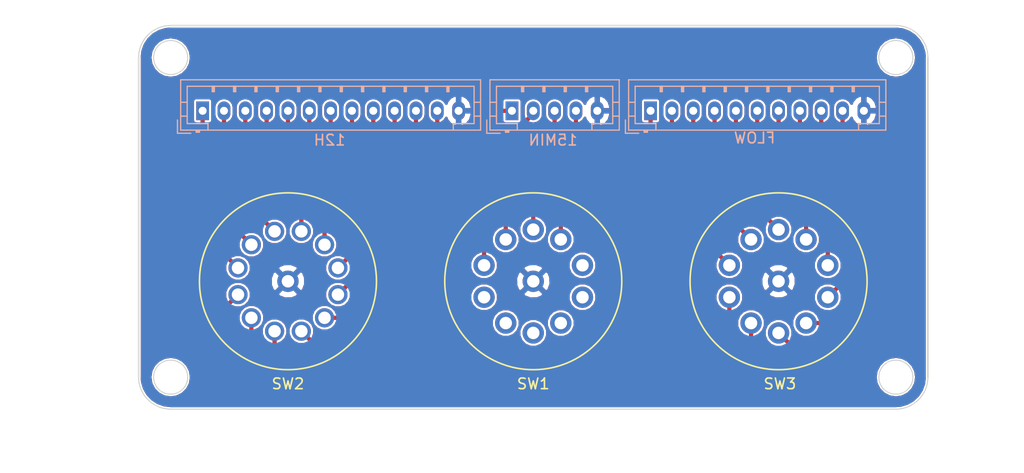
<source format=kicad_pcb>
(kicad_pcb (version 20171130) (host pcbnew "(5.0.0)")

  (general
    (thickness 1.6)
    (drawings 14)
    (tracks 103)
    (zones 0)
    (modules 6)
    (nets 28)
  )

  (page A4)
  (title_block
    (date "sam. 04 avril 2015")
  )

  (layers
    (0 F.Cu signal)
    (31 B.Cu signal)
    (32 B.Adhes user)
    (33 F.Adhes user)
    (34 B.Paste user)
    (35 F.Paste user)
    (36 B.SilkS user)
    (37 F.SilkS user)
    (38 B.Mask user)
    (39 F.Mask user)
    (40 Dwgs.User user)
    (41 Cmts.User user)
    (42 Eco1.User user)
    (43 Eco2.User user)
    (44 Edge.Cuts user)
    (45 Margin user)
    (46 B.CrtYd user)
    (47 F.CrtYd user)
    (48 B.Fab user)
    (49 F.Fab user)
  )

  (setup
    (last_trace_width 0.25)
    (user_trace_width 0.2)
    (user_trace_width 0.3)
    (user_trace_width 0.4)
    (user_trace_width 0.6)
    (user_trace_width 0.8)
    (user_trace_width 1)
    (user_trace_width 2)
    (trace_clearance 0.2)
    (zone_clearance 0.13)
    (zone_45_only no)
    (trace_min 0.2)
    (segment_width 0.1)
    (edge_width 0.1)
    (via_size 0.6)
    (via_drill 0.4)
    (via_min_size 0.4)
    (via_min_drill 0.3)
    (uvia_size 0.3)
    (uvia_drill 0.1)
    (uvias_allowed no)
    (uvia_min_size 0.2)
    (uvia_min_drill 0.1)
    (pcb_text_width 0.3)
    (pcb_text_size 1.5 1.5)
    (mod_edge_width 0.15)
    (mod_text_size 1 1)
    (mod_text_width 0.15)
    (pad_size 2 2)
    (pad_drill 1.17)
    (pad_to_mask_clearance 0)
    (aux_axis_origin 137.16 114.3)
    (visible_elements 7FFFFF7F)
    (pcbplotparams
      (layerselection 0x010fc_ffffffff)
      (usegerberextensions false)
      (usegerberattributes false)
      (usegerberadvancedattributes false)
      (creategerberjobfile false)
      (excludeedgelayer true)
      (linewidth 0.100000)
      (plotframeref false)
      (viasonmask false)
      (mode 1)
      (useauxorigin false)
      (hpglpennumber 1)
      (hpglpenspeed 20)
      (hpglpendiameter 15.000000)
      (psnegative false)
      (psa4output false)
      (plotreference true)
      (plotvalue true)
      (plotinvisibletext false)
      (padsonsilk false)
      (subtractmaskfromsilk false)
      (outputformat 1)
      (mirror false)
      (drillshape 0)
      (scaleselection 1)
      (outputdirectory "gerbs/"))
  )

  (net 0 "")
  (net 1 GND)
  (net 2 "Net-(J3-Pad1)")
  (net 3 "Net-(J3-Pad2)")
  (net 4 "Net-(J3-Pad3)")
  (net 5 "Net-(J3-Pad4)")
  (net 6 "Net-(J4-Pad1)")
  (net 7 "Net-(J4-Pad2)")
  (net 8 "Net-(J4-Pad3)")
  (net 9 "Net-(J4-Pad4)")
  (net 10 "Net-(J4-Pad5)")
  (net 11 "Net-(J4-Pad6)")
  (net 12 "Net-(J4-Pad7)")
  (net 13 "Net-(J4-Pad8)")
  (net 14 "Net-(J4-Pad9)")
  (net 15 "Net-(J4-Pad10)")
  (net 16 "Net-(J4-Pad11)")
  (net 17 "Net-(J4-Pad12)")
  (net 18 "Net-(J6-Pad1)")
  (net 19 "Net-(J6-Pad2)")
  (net 20 "Net-(J6-Pad3)")
  (net 21 "Net-(J6-Pad4)")
  (net 22 "Net-(J6-Pad5)")
  (net 23 "Net-(J6-Pad6)")
  (net 24 "Net-(J6-Pad7)")
  (net 25 "Net-(J6-Pad8)")
  (net 26 "Net-(J6-Pad9)")
  (net 27 "Net-(J6-Pad10)")

  (net_class Default "This is the default net class."
    (clearance 0.2)
    (trace_width 0.25)
    (via_dia 0.6)
    (via_drill 0.4)
    (uvia_dia 0.3)
    (uvia_drill 0.1)
    (add_net GND)
    (add_net "Net-(J3-Pad1)")
    (add_net "Net-(J3-Pad2)")
    (add_net "Net-(J3-Pad3)")
    (add_net "Net-(J3-Pad4)")
    (add_net "Net-(J4-Pad1)")
    (add_net "Net-(J4-Pad10)")
    (add_net "Net-(J4-Pad11)")
    (add_net "Net-(J4-Pad12)")
    (add_net "Net-(J4-Pad2)")
    (add_net "Net-(J4-Pad3)")
    (add_net "Net-(J4-Pad4)")
    (add_net "Net-(J4-Pad5)")
    (add_net "Net-(J4-Pad6)")
    (add_net "Net-(J4-Pad7)")
    (add_net "Net-(J4-Pad8)")
    (add_net "Net-(J4-Pad9)")
    (add_net "Net-(J6-Pad1)")
    (add_net "Net-(J6-Pad10)")
    (add_net "Net-(J6-Pad2)")
    (add_net "Net-(J6-Pad3)")
    (add_net "Net-(J6-Pad4)")
    (add_net "Net-(J6-Pad5)")
    (add_net "Net-(J6-Pad6)")
    (add_net "Net-(J6-Pad7)")
    (add_net "Net-(J6-Pad8)")
    (add_net "Net-(J6-Pad9)")
  )

  (module project_footprints:Rotary12_CK_MC00L1NCQF (layer F.Cu) (tedit 5CE2B68A) (tstamp 5CFAF26D)
    (at 112 88)
    (path /5CE42BE7)
    (fp_text reference SW2 (at 0 9.624999) (layer F.SilkS)
      (effects (font (size 1 1) (thickness 0.15)))
    )
    (fp_text value SW_Rotary12 (at 0 -9) (layer F.Fab) hide
      (effects (font (size 1 1) (thickness 0.15)))
    )
    (fp_circle (center 0 0) (end 8.3 0) (layer F.SilkS) (width 0.15))
    (fp_circle (center 0 0) (end 4.85 0) (layer Dwgs.User) (width 0.15))
    (pad 12 thru_hole circle (at -4.685 1.255) (size 1.8 1.8) (drill 1.17) (layers *.Cu *.Mask)
      (net 17 "Net-(J4-Pad12)"))
    (pad 11 thru_hole circle (at -3.429 3.429) (size 1.8 1.8) (drill 1.17) (layers *.Cu *.Mask)
      (net 16 "Net-(J4-Pad11)"))
    (pad 10 thru_hole circle (at -1.255 4.685) (size 1.8 1.8) (drill 1.17) (layers *.Cu *.Mask)
      (net 15 "Net-(J4-Pad10)"))
    (pad 9 thru_hole circle (at 1.255 4.685) (size 1.8 1.8) (drill 1.17) (layers *.Cu *.Mask)
      (net 14 "Net-(J4-Pad9)"))
    (pad 8 thru_hole circle (at 3.429 3.429) (size 1.8 1.8) (drill 1.17) (layers *.Cu *.Mask)
      (net 13 "Net-(J4-Pad8)"))
    (pad 7 thru_hole circle (at 4.685 1.255) (size 1.8 1.8) (drill 1.17) (layers *.Cu *.Mask)
      (net 12 "Net-(J4-Pad7)"))
    (pad 6 thru_hole circle (at 4.685 -1.255) (size 1.8 1.8) (drill 1.17) (layers *.Cu *.Mask)
      (net 11 "Net-(J4-Pad6)"))
    (pad 5 thru_hole circle (at 3.429 -3.429) (size 1.8 1.8) (drill 1.17) (layers *.Cu *.Mask)
      (net 10 "Net-(J4-Pad5)"))
    (pad 4 thru_hole circle (at 1.255 -4.685) (size 1.8 1.8) (drill 1.17) (layers *.Cu *.Mask)
      (net 9 "Net-(J4-Pad4)"))
    (pad 3 thru_hole circle (at -1.255 -4.685) (size 1.8 1.8) (drill 1.17) (layers *.Cu *.Mask)
      (net 8 "Net-(J4-Pad3)"))
    (pad 2 thru_hole circle (at -3.429 -3.429) (size 1.8 1.8) (drill 1.17) (layers *.Cu *.Mask)
      (net 7 "Net-(J4-Pad2)"))
    (pad 1 thru_hole circle (at -4.685 -1.255) (size 1.8 1.8) (drill 1.17) (layers *.Cu *.Mask)
      (net 6 "Net-(J4-Pad1)"))
    (pad 13 thru_hole circle (at 0 0) (size 2 2) (drill 1.17) (layers *.Cu *.Mask)
      (net 1 GND))
  )

  (module Connector_JST:JST_PH_B5B-PH-K_1x05_P2.00mm_Vertical (layer B.Cu) (tedit 5CE199DC) (tstamp 5CEE18C0)
    (at 133 72)
    (descr "JST PH series connector, B5B-PH-K (http://www.jst-mfg.com/product/pdf/eng/ePH.pdf), generated with kicad-footprint-generator")
    (tags "connector JST PH side entry")
    (path /5CE6898C)
    (fp_text reference J3 (at 4 2.9) (layer B.SilkS) hide
      (effects (font (size 1 1) (thickness 0.15)) (justify mirror))
    )
    (fp_text value 15MIN (at 3.85 2.75) (layer B.SilkS)
      (effects (font (size 1 1) (thickness 0.15)) (justify mirror))
    )
    (fp_line (start -2.06 1.81) (end -2.06 -2.91) (layer B.SilkS) (width 0.12))
    (fp_line (start -2.06 -2.91) (end 10.06 -2.91) (layer B.SilkS) (width 0.12))
    (fp_line (start 10.06 -2.91) (end 10.06 1.81) (layer B.SilkS) (width 0.12))
    (fp_line (start 10.06 1.81) (end -2.06 1.81) (layer B.SilkS) (width 0.12))
    (fp_line (start -0.3 1.81) (end -0.3 2.01) (layer B.SilkS) (width 0.12))
    (fp_line (start -0.3 2.01) (end -0.6 2.01) (layer B.SilkS) (width 0.12))
    (fp_line (start -0.6 2.01) (end -0.6 1.81) (layer B.SilkS) (width 0.12))
    (fp_line (start -0.3 1.91) (end -0.6 1.91) (layer B.SilkS) (width 0.12))
    (fp_line (start 0.5 1.81) (end 0.5 1.2) (layer B.SilkS) (width 0.12))
    (fp_line (start 0.5 1.2) (end -1.45 1.2) (layer B.SilkS) (width 0.12))
    (fp_line (start -1.45 1.2) (end -1.45 -2.3) (layer B.SilkS) (width 0.12))
    (fp_line (start -1.45 -2.3) (end 9.45 -2.3) (layer B.SilkS) (width 0.12))
    (fp_line (start 9.45 -2.3) (end 9.45 1.2) (layer B.SilkS) (width 0.12))
    (fp_line (start 9.45 1.2) (end 7.5 1.2) (layer B.SilkS) (width 0.12))
    (fp_line (start 7.5 1.2) (end 7.5 1.81) (layer B.SilkS) (width 0.12))
    (fp_line (start -2.06 0.5) (end -1.45 0.5) (layer B.SilkS) (width 0.12))
    (fp_line (start -2.06 -0.8) (end -1.45 -0.8) (layer B.SilkS) (width 0.12))
    (fp_line (start 10.06 0.5) (end 9.45 0.5) (layer B.SilkS) (width 0.12))
    (fp_line (start 10.06 -0.8) (end 9.45 -0.8) (layer B.SilkS) (width 0.12))
    (fp_line (start 0.9 -2.3) (end 0.9 -1.8) (layer B.SilkS) (width 0.12))
    (fp_line (start 0.9 -1.8) (end 1.1 -1.8) (layer B.SilkS) (width 0.12))
    (fp_line (start 1.1 -1.8) (end 1.1 -2.3) (layer B.SilkS) (width 0.12))
    (fp_line (start 1 -2.3) (end 1 -1.8) (layer B.SilkS) (width 0.12))
    (fp_line (start 2.9 -2.3) (end 2.9 -1.8) (layer B.SilkS) (width 0.12))
    (fp_line (start 2.9 -1.8) (end 3.1 -1.8) (layer B.SilkS) (width 0.12))
    (fp_line (start 3.1 -1.8) (end 3.1 -2.3) (layer B.SilkS) (width 0.12))
    (fp_line (start 3 -2.3) (end 3 -1.8) (layer B.SilkS) (width 0.12))
    (fp_line (start 4.9 -2.3) (end 4.9 -1.8) (layer B.SilkS) (width 0.12))
    (fp_line (start 4.9 -1.8) (end 5.1 -1.8) (layer B.SilkS) (width 0.12))
    (fp_line (start 5.1 -1.8) (end 5.1 -2.3) (layer B.SilkS) (width 0.12))
    (fp_line (start 5 -2.3) (end 5 -1.8) (layer B.SilkS) (width 0.12))
    (fp_line (start 6.9 -2.3) (end 6.9 -1.8) (layer B.SilkS) (width 0.12))
    (fp_line (start 6.9 -1.8) (end 7.1 -1.8) (layer B.SilkS) (width 0.12))
    (fp_line (start 7.1 -1.8) (end 7.1 -2.3) (layer B.SilkS) (width 0.12))
    (fp_line (start 7 -2.3) (end 7 -1.8) (layer B.SilkS) (width 0.12))
    (fp_line (start -1.11 2.11) (end -2.36 2.11) (layer B.SilkS) (width 0.12))
    (fp_line (start -2.36 2.11) (end -2.36 0.86) (layer B.SilkS) (width 0.12))
    (fp_line (start -1.11 2.11) (end -2.36 2.11) (layer B.Fab) (width 0.1))
    (fp_line (start -2.36 2.11) (end -2.36 0.86) (layer B.Fab) (width 0.1))
    (fp_line (start -1.95 1.7) (end -1.95 -2.8) (layer B.Fab) (width 0.1))
    (fp_line (start -1.95 -2.8) (end 9.95 -2.8) (layer B.Fab) (width 0.1))
    (fp_line (start 9.95 -2.8) (end 9.95 1.7) (layer B.Fab) (width 0.1))
    (fp_line (start 9.95 1.7) (end -1.95 1.7) (layer B.Fab) (width 0.1))
    (fp_line (start -2.45 2.2) (end -2.45 -3.3) (layer B.CrtYd) (width 0.05))
    (fp_line (start -2.45 -3.3) (end 10.45 -3.3) (layer B.CrtYd) (width 0.05))
    (fp_line (start 10.45 -3.3) (end 10.45 2.2) (layer B.CrtYd) (width 0.05))
    (fp_line (start 10.45 2.2) (end -2.45 2.2) (layer B.CrtYd) (width 0.05))
    (fp_text user %R (at 4 -1.5) (layer B.Fab)
      (effects (font (size 1 1) (thickness 0.15)) (justify mirror))
    )
    (pad 1 thru_hole rect (at 0 0) (size 1.2 1.75) (drill 0.75) (layers *.Cu *.Mask)
      (net 2 "Net-(J3-Pad1)"))
    (pad 2 thru_hole oval (at 2 0) (size 1.2 1.75) (drill 0.75) (layers *.Cu *.Mask)
      (net 3 "Net-(J3-Pad2)"))
    (pad 3 thru_hole oval (at 4 0) (size 1.2 1.75) (drill 0.75) (layers *.Cu *.Mask)
      (net 4 "Net-(J3-Pad3)"))
    (pad 4 thru_hole oval (at 6 0) (size 1.2 1.75) (drill 0.75) (layers *.Cu *.Mask)
      (net 5 "Net-(J3-Pad4)"))
    (pad 5 thru_hole oval (at 8 0) (size 1.2 1.75) (drill 0.75) (layers *.Cu *.Mask)
      (net 1 GND))
    (model ${KISYS3DMOD}/Connector_JST.3dshapes/JST_PH_B5B-PH-K_1x05_P2.00mm_Vertical.wrl
      (at (xyz 0 0 0))
      (scale (xyz 1 1 1))
      (rotate (xyz 0 0 0))
    )
  )

  (module Connector_JST:JST_PH_B13B-PH-K_1x13_P2.00mm_Vertical (layer B.Cu) (tedit 5CE199E4) (tstamp 5CEDED28)
    (at 104 72)
    (descr "JST PH series connector, B13B-PH-K (http://www.jst-mfg.com/product/pdf/eng/ePH.pdf), generated with kicad-footprint-generator")
    (tags "connector JST PH side entry")
    (path /5CE42779)
    (fp_text reference J4 (at 12 2.9) (layer B.SilkS) hide
      (effects (font (size 1 1) (thickness 0.15)) (justify mirror))
    )
    (fp_text value 12H (at 11.9 2.75) (layer B.SilkS)
      (effects (font (size 1 1) (thickness 0.15)) (justify mirror))
    )
    (fp_line (start -2.06 1.81) (end -2.06 -2.91) (layer B.SilkS) (width 0.12))
    (fp_line (start -2.06 -2.91) (end 26.06 -2.91) (layer B.SilkS) (width 0.12))
    (fp_line (start 26.06 -2.91) (end 26.06 1.81) (layer B.SilkS) (width 0.12))
    (fp_line (start 26.06 1.81) (end -2.06 1.81) (layer B.SilkS) (width 0.12))
    (fp_line (start -0.3 1.81) (end -0.3 2.01) (layer B.SilkS) (width 0.12))
    (fp_line (start -0.3 2.01) (end -0.6 2.01) (layer B.SilkS) (width 0.12))
    (fp_line (start -0.6 2.01) (end -0.6 1.81) (layer B.SilkS) (width 0.12))
    (fp_line (start -0.3 1.91) (end -0.6 1.91) (layer B.SilkS) (width 0.12))
    (fp_line (start 0.5 1.81) (end 0.5 1.2) (layer B.SilkS) (width 0.12))
    (fp_line (start 0.5 1.2) (end -1.45 1.2) (layer B.SilkS) (width 0.12))
    (fp_line (start -1.45 1.2) (end -1.45 -2.3) (layer B.SilkS) (width 0.12))
    (fp_line (start -1.45 -2.3) (end 25.45 -2.3) (layer B.SilkS) (width 0.12))
    (fp_line (start 25.45 -2.3) (end 25.45 1.2) (layer B.SilkS) (width 0.12))
    (fp_line (start 25.45 1.2) (end 23.5 1.2) (layer B.SilkS) (width 0.12))
    (fp_line (start 23.5 1.2) (end 23.5 1.81) (layer B.SilkS) (width 0.12))
    (fp_line (start -2.06 0.5) (end -1.45 0.5) (layer B.SilkS) (width 0.12))
    (fp_line (start -2.06 -0.8) (end -1.45 -0.8) (layer B.SilkS) (width 0.12))
    (fp_line (start 26.06 0.5) (end 25.45 0.5) (layer B.SilkS) (width 0.12))
    (fp_line (start 26.06 -0.8) (end 25.45 -0.8) (layer B.SilkS) (width 0.12))
    (fp_line (start 0.9 -2.3) (end 0.9 -1.8) (layer B.SilkS) (width 0.12))
    (fp_line (start 0.9 -1.8) (end 1.1 -1.8) (layer B.SilkS) (width 0.12))
    (fp_line (start 1.1 -1.8) (end 1.1 -2.3) (layer B.SilkS) (width 0.12))
    (fp_line (start 1 -2.3) (end 1 -1.8) (layer B.SilkS) (width 0.12))
    (fp_line (start 2.9 -2.3) (end 2.9 -1.8) (layer B.SilkS) (width 0.12))
    (fp_line (start 2.9 -1.8) (end 3.1 -1.8) (layer B.SilkS) (width 0.12))
    (fp_line (start 3.1 -1.8) (end 3.1 -2.3) (layer B.SilkS) (width 0.12))
    (fp_line (start 3 -2.3) (end 3 -1.8) (layer B.SilkS) (width 0.12))
    (fp_line (start 4.9 -2.3) (end 4.9 -1.8) (layer B.SilkS) (width 0.12))
    (fp_line (start 4.9 -1.8) (end 5.1 -1.8) (layer B.SilkS) (width 0.12))
    (fp_line (start 5.1 -1.8) (end 5.1 -2.3) (layer B.SilkS) (width 0.12))
    (fp_line (start 5 -2.3) (end 5 -1.8) (layer B.SilkS) (width 0.12))
    (fp_line (start 6.9 -2.3) (end 6.9 -1.8) (layer B.SilkS) (width 0.12))
    (fp_line (start 6.9 -1.8) (end 7.1 -1.8) (layer B.SilkS) (width 0.12))
    (fp_line (start 7.1 -1.8) (end 7.1 -2.3) (layer B.SilkS) (width 0.12))
    (fp_line (start 7 -2.3) (end 7 -1.8) (layer B.SilkS) (width 0.12))
    (fp_line (start 8.9 -2.3) (end 8.9 -1.8) (layer B.SilkS) (width 0.12))
    (fp_line (start 8.9 -1.8) (end 9.1 -1.8) (layer B.SilkS) (width 0.12))
    (fp_line (start 9.1 -1.8) (end 9.1 -2.3) (layer B.SilkS) (width 0.12))
    (fp_line (start 9 -2.3) (end 9 -1.8) (layer B.SilkS) (width 0.12))
    (fp_line (start 10.9 -2.3) (end 10.9 -1.8) (layer B.SilkS) (width 0.12))
    (fp_line (start 10.9 -1.8) (end 11.1 -1.8) (layer B.SilkS) (width 0.12))
    (fp_line (start 11.1 -1.8) (end 11.1 -2.3) (layer B.SilkS) (width 0.12))
    (fp_line (start 11 -2.3) (end 11 -1.8) (layer B.SilkS) (width 0.12))
    (fp_line (start 12.9 -2.3) (end 12.9 -1.8) (layer B.SilkS) (width 0.12))
    (fp_line (start 12.9 -1.8) (end 13.1 -1.8) (layer B.SilkS) (width 0.12))
    (fp_line (start 13.1 -1.8) (end 13.1 -2.3) (layer B.SilkS) (width 0.12))
    (fp_line (start 13 -2.3) (end 13 -1.8) (layer B.SilkS) (width 0.12))
    (fp_line (start 14.9 -2.3) (end 14.9 -1.8) (layer B.SilkS) (width 0.12))
    (fp_line (start 14.9 -1.8) (end 15.1 -1.8) (layer B.SilkS) (width 0.12))
    (fp_line (start 15.1 -1.8) (end 15.1 -2.3) (layer B.SilkS) (width 0.12))
    (fp_line (start 15 -2.3) (end 15 -1.8) (layer B.SilkS) (width 0.12))
    (fp_line (start 16.9 -2.3) (end 16.9 -1.8) (layer B.SilkS) (width 0.12))
    (fp_line (start 16.9 -1.8) (end 17.1 -1.8) (layer B.SilkS) (width 0.12))
    (fp_line (start 17.1 -1.8) (end 17.1 -2.3) (layer B.SilkS) (width 0.12))
    (fp_line (start 17 -2.3) (end 17 -1.8) (layer B.SilkS) (width 0.12))
    (fp_line (start 18.9 -2.3) (end 18.9 -1.8) (layer B.SilkS) (width 0.12))
    (fp_line (start 18.9 -1.8) (end 19.1 -1.8) (layer B.SilkS) (width 0.12))
    (fp_line (start 19.1 -1.8) (end 19.1 -2.3) (layer B.SilkS) (width 0.12))
    (fp_line (start 19 -2.3) (end 19 -1.8) (layer B.SilkS) (width 0.12))
    (fp_line (start 20.9 -2.3) (end 20.9 -1.8) (layer B.SilkS) (width 0.12))
    (fp_line (start 20.9 -1.8) (end 21.1 -1.8) (layer B.SilkS) (width 0.12))
    (fp_line (start 21.1 -1.8) (end 21.1 -2.3) (layer B.SilkS) (width 0.12))
    (fp_line (start 21 -2.3) (end 21 -1.8) (layer B.SilkS) (width 0.12))
    (fp_line (start 22.9 -2.3) (end 22.9 -1.8) (layer B.SilkS) (width 0.12))
    (fp_line (start 22.9 -1.8) (end 23.1 -1.8) (layer B.SilkS) (width 0.12))
    (fp_line (start 23.1 -1.8) (end 23.1 -2.3) (layer B.SilkS) (width 0.12))
    (fp_line (start 23 -2.3) (end 23 -1.8) (layer B.SilkS) (width 0.12))
    (fp_line (start -1.11 2.11) (end -2.36 2.11) (layer B.SilkS) (width 0.12))
    (fp_line (start -2.36 2.11) (end -2.36 0.86) (layer B.SilkS) (width 0.12))
    (fp_line (start -1.11 2.11) (end -2.36 2.11) (layer B.Fab) (width 0.1))
    (fp_line (start -2.36 2.11) (end -2.36 0.86) (layer B.Fab) (width 0.1))
    (fp_line (start -1.95 1.7) (end -1.95 -2.8) (layer B.Fab) (width 0.1))
    (fp_line (start -1.95 -2.8) (end 25.95 -2.8) (layer B.Fab) (width 0.1))
    (fp_line (start 25.95 -2.8) (end 25.95 1.7) (layer B.Fab) (width 0.1))
    (fp_line (start 25.95 1.7) (end -1.95 1.7) (layer B.Fab) (width 0.1))
    (fp_line (start -2.45 2.2) (end -2.45 -3.3) (layer B.CrtYd) (width 0.05))
    (fp_line (start -2.45 -3.3) (end 26.45 -3.3) (layer B.CrtYd) (width 0.05))
    (fp_line (start 26.45 -3.3) (end 26.45 2.2) (layer B.CrtYd) (width 0.05))
    (fp_line (start 26.45 2.2) (end -2.45 2.2) (layer B.CrtYd) (width 0.05))
    (fp_text user %R (at 25 -2) (layer B.Fab)
      (effects (font (size 1 1) (thickness 0.15)) (justify mirror))
    )
    (pad 1 thru_hole rect (at 0 0) (size 1.2 1.75) (drill 0.75) (layers *.Cu *.Mask)
      (net 6 "Net-(J4-Pad1)"))
    (pad 2 thru_hole oval (at 2 0) (size 1.2 1.75) (drill 0.75) (layers *.Cu *.Mask)
      (net 7 "Net-(J4-Pad2)"))
    (pad 3 thru_hole oval (at 4 0) (size 1.2 1.75) (drill 0.75) (layers *.Cu *.Mask)
      (net 8 "Net-(J4-Pad3)"))
    (pad 4 thru_hole oval (at 6 0) (size 1.2 1.75) (drill 0.75) (layers *.Cu *.Mask)
      (net 9 "Net-(J4-Pad4)"))
    (pad 5 thru_hole oval (at 8 0) (size 1.2 1.75) (drill 0.75) (layers *.Cu *.Mask)
      (net 10 "Net-(J4-Pad5)"))
    (pad 6 thru_hole oval (at 10 0) (size 1.2 1.75) (drill 0.75) (layers *.Cu *.Mask)
      (net 11 "Net-(J4-Pad6)"))
    (pad 7 thru_hole oval (at 12 0) (size 1.2 1.75) (drill 0.75) (layers *.Cu *.Mask)
      (net 12 "Net-(J4-Pad7)"))
    (pad 8 thru_hole oval (at 14 0) (size 1.2 1.75) (drill 0.75) (layers *.Cu *.Mask)
      (net 13 "Net-(J4-Pad8)"))
    (pad 9 thru_hole oval (at 16 0) (size 1.2 1.75) (drill 0.75) (layers *.Cu *.Mask)
      (net 14 "Net-(J4-Pad9)"))
    (pad 10 thru_hole oval (at 18 0) (size 1.2 1.75) (drill 0.75) (layers *.Cu *.Mask)
      (net 15 "Net-(J4-Pad10)"))
    (pad 11 thru_hole oval (at 20 0) (size 1.2 1.75) (drill 0.75) (layers *.Cu *.Mask)
      (net 16 "Net-(J4-Pad11)"))
    (pad 12 thru_hole oval (at 22 0) (size 1.2 1.75) (drill 0.75) (layers *.Cu *.Mask)
      (net 17 "Net-(J4-Pad12)"))
    (pad 13 thru_hole oval (at 24 0) (size 1.2 1.75) (drill 0.75) (layers *.Cu *.Mask)
      (net 1 GND))
    (model ${KISYS3DMOD}/Connector_JST.3dshapes/JST_PH_B13B-PH-K_1x13_P2.00mm_Vertical.wrl
      (at (xyz 0 0 0))
      (scale (xyz 1 1 1))
      (rotate (xyz 0 0 0))
    )
  )

  (module Connector_JST:JST_PH_B11B-PH-K_1x11_P2.00mm_Vertical (layer B.Cu) (tedit 5CE199D4) (tstamp 5CEDEDA9)
    (at 146 72)
    (descr "JST PH series connector, B11B-PH-K (http://www.jst-mfg.com/product/pdf/eng/ePH.pdf), generated with kicad-footprint-generator")
    (tags "connector JST PH side entry")
    (path /5CE6B37B)
    (fp_text reference J6 (at -1.3 -4.1) (layer B.SilkS) hide
      (effects (font (size 1 1) (thickness 0.15)) (justify mirror))
    )
    (fp_text value FLOW (at 9.75 2.55) (layer B.SilkS)
      (effects (font (size 1 1) (thickness 0.15)) (justify mirror))
    )
    (fp_line (start -2.06 1.81) (end -2.06 -2.91) (layer B.SilkS) (width 0.12))
    (fp_line (start -2.06 -2.91) (end 22.06 -2.91) (layer B.SilkS) (width 0.12))
    (fp_line (start 22.06 -2.91) (end 22.06 1.81) (layer B.SilkS) (width 0.12))
    (fp_line (start 22.06 1.81) (end -2.06 1.81) (layer B.SilkS) (width 0.12))
    (fp_line (start -0.3 1.81) (end -0.3 2.01) (layer B.SilkS) (width 0.12))
    (fp_line (start -0.3 2.01) (end -0.6 2.01) (layer B.SilkS) (width 0.12))
    (fp_line (start -0.6 2.01) (end -0.6 1.81) (layer B.SilkS) (width 0.12))
    (fp_line (start -0.3 1.91) (end -0.6 1.91) (layer B.SilkS) (width 0.12))
    (fp_line (start 0.5 1.81) (end 0.5 1.2) (layer B.SilkS) (width 0.12))
    (fp_line (start 0.5 1.2) (end -1.45 1.2) (layer B.SilkS) (width 0.12))
    (fp_line (start -1.45 1.2) (end -1.45 -2.3) (layer B.SilkS) (width 0.12))
    (fp_line (start -1.45 -2.3) (end 21.45 -2.3) (layer B.SilkS) (width 0.12))
    (fp_line (start 21.45 -2.3) (end 21.45 1.2) (layer B.SilkS) (width 0.12))
    (fp_line (start 21.45 1.2) (end 19.5 1.2) (layer B.SilkS) (width 0.12))
    (fp_line (start 19.5 1.2) (end 19.5 1.81) (layer B.SilkS) (width 0.12))
    (fp_line (start -2.06 0.5) (end -1.45 0.5) (layer B.SilkS) (width 0.12))
    (fp_line (start -2.06 -0.8) (end -1.45 -0.8) (layer B.SilkS) (width 0.12))
    (fp_line (start 22.06 0.5) (end 21.45 0.5) (layer B.SilkS) (width 0.12))
    (fp_line (start 22.06 -0.8) (end 21.45 -0.8) (layer B.SilkS) (width 0.12))
    (fp_line (start 0.9 -2.3) (end 0.9 -1.8) (layer B.SilkS) (width 0.12))
    (fp_line (start 0.9 -1.8) (end 1.1 -1.8) (layer B.SilkS) (width 0.12))
    (fp_line (start 1.1 -1.8) (end 1.1 -2.3) (layer B.SilkS) (width 0.12))
    (fp_line (start 1 -2.3) (end 1 -1.8) (layer B.SilkS) (width 0.12))
    (fp_line (start 2.9 -2.3) (end 2.9 -1.8) (layer B.SilkS) (width 0.12))
    (fp_line (start 2.9 -1.8) (end 3.1 -1.8) (layer B.SilkS) (width 0.12))
    (fp_line (start 3.1 -1.8) (end 3.1 -2.3) (layer B.SilkS) (width 0.12))
    (fp_line (start 3 -2.3) (end 3 -1.8) (layer B.SilkS) (width 0.12))
    (fp_line (start 4.9 -2.3) (end 4.9 -1.8) (layer B.SilkS) (width 0.12))
    (fp_line (start 4.9 -1.8) (end 5.1 -1.8) (layer B.SilkS) (width 0.12))
    (fp_line (start 5.1 -1.8) (end 5.1 -2.3) (layer B.SilkS) (width 0.12))
    (fp_line (start 5 -2.3) (end 5 -1.8) (layer B.SilkS) (width 0.12))
    (fp_line (start 6.9 -2.3) (end 6.9 -1.8) (layer B.SilkS) (width 0.12))
    (fp_line (start 6.9 -1.8) (end 7.1 -1.8) (layer B.SilkS) (width 0.12))
    (fp_line (start 7.1 -1.8) (end 7.1 -2.3) (layer B.SilkS) (width 0.12))
    (fp_line (start 7 -2.3) (end 7 -1.8) (layer B.SilkS) (width 0.12))
    (fp_line (start 8.9 -2.3) (end 8.9 -1.8) (layer B.SilkS) (width 0.12))
    (fp_line (start 8.9 -1.8) (end 9.1 -1.8) (layer B.SilkS) (width 0.12))
    (fp_line (start 9.1 -1.8) (end 9.1 -2.3) (layer B.SilkS) (width 0.12))
    (fp_line (start 9 -2.3) (end 9 -1.8) (layer B.SilkS) (width 0.12))
    (fp_line (start 10.9 -2.3) (end 10.9 -1.8) (layer B.SilkS) (width 0.12))
    (fp_line (start 10.9 -1.8) (end 11.1 -1.8) (layer B.SilkS) (width 0.12))
    (fp_line (start 11.1 -1.8) (end 11.1 -2.3) (layer B.SilkS) (width 0.12))
    (fp_line (start 11 -2.3) (end 11 -1.8) (layer B.SilkS) (width 0.12))
    (fp_line (start 12.9 -2.3) (end 12.9 -1.8) (layer B.SilkS) (width 0.12))
    (fp_line (start 12.9 -1.8) (end 13.1 -1.8) (layer B.SilkS) (width 0.12))
    (fp_line (start 13.1 -1.8) (end 13.1 -2.3) (layer B.SilkS) (width 0.12))
    (fp_line (start 13 -2.3) (end 13 -1.8) (layer B.SilkS) (width 0.12))
    (fp_line (start 14.9 -2.3) (end 14.9 -1.8) (layer B.SilkS) (width 0.12))
    (fp_line (start 14.9 -1.8) (end 15.1 -1.8) (layer B.SilkS) (width 0.12))
    (fp_line (start 15.1 -1.8) (end 15.1 -2.3) (layer B.SilkS) (width 0.12))
    (fp_line (start 15 -2.3) (end 15 -1.8) (layer B.SilkS) (width 0.12))
    (fp_line (start 16.9 -2.3) (end 16.9 -1.8) (layer B.SilkS) (width 0.12))
    (fp_line (start 16.9 -1.8) (end 17.1 -1.8) (layer B.SilkS) (width 0.12))
    (fp_line (start 17.1 -1.8) (end 17.1 -2.3) (layer B.SilkS) (width 0.12))
    (fp_line (start 17 -2.3) (end 17 -1.8) (layer B.SilkS) (width 0.12))
    (fp_line (start 18.9 -2.3) (end 18.9 -1.8) (layer B.SilkS) (width 0.12))
    (fp_line (start 18.9 -1.8) (end 19.1 -1.8) (layer B.SilkS) (width 0.12))
    (fp_line (start 19.1 -1.8) (end 19.1 -2.3) (layer B.SilkS) (width 0.12))
    (fp_line (start 19 -2.3) (end 19 -1.8) (layer B.SilkS) (width 0.12))
    (fp_line (start -1.11 2.11) (end -2.36 2.11) (layer B.SilkS) (width 0.12))
    (fp_line (start -2.36 2.11) (end -2.36 0.86) (layer B.SilkS) (width 0.12))
    (fp_line (start -1.11 2.11) (end -2.36 2.11) (layer B.Fab) (width 0.1))
    (fp_line (start -2.36 2.11) (end -2.36 0.86) (layer B.Fab) (width 0.1))
    (fp_line (start -1.95 1.7) (end -1.95 -2.8) (layer B.Fab) (width 0.1))
    (fp_line (start -1.95 -2.8) (end 21.95 -2.8) (layer B.Fab) (width 0.1))
    (fp_line (start 21.95 -2.8) (end 21.95 1.7) (layer B.Fab) (width 0.1))
    (fp_line (start 21.95 1.7) (end -1.95 1.7) (layer B.Fab) (width 0.1))
    (fp_line (start -2.45 2.2) (end -2.45 -3.3) (layer B.CrtYd) (width 0.05))
    (fp_line (start -2.45 -3.3) (end 22.45 -3.3) (layer B.CrtYd) (width 0.05))
    (fp_line (start 22.45 -3.3) (end 22.45 2.2) (layer B.CrtYd) (width 0.05))
    (fp_line (start 22.45 2.2) (end -2.45 2.2) (layer B.CrtYd) (width 0.05))
    (fp_text user %R (at 10 -1.5) (layer B.Fab)
      (effects (font (size 1 1) (thickness 0.15)) (justify mirror))
    )
    (pad 1 thru_hole rect (at 0 0) (size 1.2 1.75) (drill 0.75) (layers *.Cu *.Mask)
      (net 18 "Net-(J6-Pad1)"))
    (pad 2 thru_hole oval (at 2 0) (size 1.2 1.75) (drill 0.75) (layers *.Cu *.Mask)
      (net 19 "Net-(J6-Pad2)"))
    (pad 3 thru_hole oval (at 4 0) (size 1.2 1.75) (drill 0.75) (layers *.Cu *.Mask)
      (net 20 "Net-(J6-Pad3)"))
    (pad 4 thru_hole oval (at 6 0) (size 1.2 1.75) (drill 0.75) (layers *.Cu *.Mask)
      (net 21 "Net-(J6-Pad4)"))
    (pad 5 thru_hole oval (at 8 0) (size 1.2 1.75) (drill 0.75) (layers *.Cu *.Mask)
      (net 22 "Net-(J6-Pad5)"))
    (pad 6 thru_hole oval (at 10 0) (size 1.2 1.75) (drill 0.75) (layers *.Cu *.Mask)
      (net 23 "Net-(J6-Pad6)"))
    (pad 7 thru_hole oval (at 12 0) (size 1.2 1.75) (drill 0.75) (layers *.Cu *.Mask)
      (net 24 "Net-(J6-Pad7)"))
    (pad 8 thru_hole oval (at 14 0) (size 1.2 1.75) (drill 0.75) (layers *.Cu *.Mask)
      (net 25 "Net-(J6-Pad8)"))
    (pad 9 thru_hole oval (at 16 0) (size 1.2 1.75) (drill 0.75) (layers *.Cu *.Mask)
      (net 26 "Net-(J6-Pad9)"))
    (pad 10 thru_hole oval (at 18 0) (size 1.2 1.75) (drill 0.75) (layers *.Cu *.Mask)
      (net 27 "Net-(J6-Pad10)"))
    (pad 11 thru_hole oval (at 20 0) (size 1.2 1.75) (drill 0.75) (layers *.Cu *.Mask)
      (net 1 GND))
    (model ${KISYS3DMOD}/Connector_JST.3dshapes/JST_PH_B11B-PH-K_1x11_P2.00mm_Vertical.wrl
      (at (xyz 0 0 0))
      (scale (xyz 1 1 1))
      (rotate (xyz 0 0 0))
    )
  )

  (module project_footprints:Rotary10_CK_MA00L1NCGF (layer F.Cu) (tedit 5CE2B68D) (tstamp 5CFAF25A)
    (at 135 88)
    (path /5CE47A8B)
    (fp_text reference SW1 (at 0 9.624999) (layer F.SilkS)
      (effects (font (size 1 1) (thickness 0.15)))
    )
    (fp_text value SW_Rotary4 (at 0 -9) (layer F.Fab) hide
      (effects (font (size 1 1) (thickness 0.15)))
    )
    (fp_circle (center 0 0) (end 8.3 0) (layer F.SilkS) (width 0.15))
    (fp_circle (center 0 0) (end 4.85 0) (layer Dwgs.User) (width 0.15))
    (pad 10 thru_hole circle (at -4.613 1.499) (size 2 2) (drill 1.17) (layers *.Cu *.Mask))
    (pad 9 thru_hole circle (at -2.581 3.924) (size 2 2) (drill 1.17) (layers *.Cu *.Mask))
    (pad 8 thru_hole circle (at 0 4.85) (size 2 2) (drill 1.17) (layers *.Cu *.Mask))
    (pad 7 thru_hole circle (at 2.581 3.924) (size 2 2) (drill 1.17) (layers *.Cu *.Mask))
    (pad 6 thru_hole circle (at 4.613 1.499) (size 2 2) (drill 1.17) (layers *.Cu *.Mask))
    (pad 5 thru_hole circle (at 4.613 -1.499) (size 2 2) (drill 1.17) (layers *.Cu *.Mask))
    (pad 4 thru_hole circle (at 2.581 -3.924) (size 2 2) (drill 1.17) (layers *.Cu *.Mask)
      (net 5 "Net-(J3-Pad4)"))
    (pad 3 thru_hole circle (at 0 -4.85) (size 2 2) (drill 1.17) (layers *.Cu *.Mask)
      (net 4 "Net-(J3-Pad3)"))
    (pad 2 thru_hole circle (at -2.581 -3.924) (size 2 2) (drill 1.17) (layers *.Cu *.Mask)
      (net 3 "Net-(J3-Pad2)"))
    (pad 1 thru_hole circle (at -4.613 -1.499) (size 2 2) (drill 1.17) (layers *.Cu *.Mask)
      (net 2 "Net-(J3-Pad1)"))
    (pad 13 thru_hole circle (at 0 0) (size 2 2) (drill 1.17) (layers *.Cu *.Mask)
      (net 1 GND))
  )

  (module project_footprints:Rotary10_CK_MA00L1NCGF (layer F.Cu) (tedit 5CE2B280) (tstamp 5CFAF27E)
    (at 158 88)
    (path /5CE4AB87)
    (fp_text reference SW3 (at 0.124999 9.624999) (layer F.SilkS)
      (effects (font (size 1 1) (thickness 0.15)))
    )
    (fp_text value SW_Rotary10 (at 0 -16.5) (layer F.Fab)
      (effects (font (size 1 1) (thickness 0.15)))
    )
    (fp_circle (center 0 0) (end 4.85 0) (layer Dwgs.User) (width 0.15))
    (fp_circle (center 0 0) (end 8.3 0) (layer F.SilkS) (width 0.15))
    (pad 13 thru_hole circle (at 0 0) (size 2 2) (drill 1.17) (layers *.Cu *.Mask)
      (net 1 GND))
    (pad 1 thru_hole circle (at -4.613 -1.499) (size 2 2) (drill 1.17) (layers *.Cu *.Mask)
      (net 18 "Net-(J6-Pad1)"))
    (pad 2 thru_hole circle (at -2.581 -3.924) (size 2 2) (drill 1.17) (layers *.Cu *.Mask)
      (net 19 "Net-(J6-Pad2)"))
    (pad 3 thru_hole circle (at 0 -4.85) (size 2 2) (drill 1.17) (layers *.Cu *.Mask)
      (net 20 "Net-(J6-Pad3)"))
    (pad 4 thru_hole circle (at 2.581 -3.924) (size 2 2) (drill 1.17) (layers *.Cu *.Mask)
      (net 21 "Net-(J6-Pad4)"))
    (pad 5 thru_hole circle (at 4.613 -1.499) (size 2 2) (drill 1.17) (layers *.Cu *.Mask)
      (net 22 "Net-(J6-Pad5)"))
    (pad 6 thru_hole circle (at 4.613 1.499) (size 2 2) (drill 1.17) (layers *.Cu *.Mask)
      (net 23 "Net-(J6-Pad6)"))
    (pad 7 thru_hole circle (at 2.581 3.924) (size 2 2) (drill 1.17) (layers *.Cu *.Mask)
      (net 24 "Net-(J6-Pad7)"))
    (pad 8 thru_hole circle (at 0 4.85) (size 2 2) (drill 1.17) (layers *.Cu *.Mask)
      (net 25 "Net-(J6-Pad8)"))
    (pad 9 thru_hole circle (at -2.581 3.924) (size 2 2) (drill 1.17) (layers *.Cu *.Mask)
      (net 26 "Net-(J6-Pad9)"))
    (pad 10 thru_hole circle (at -4.613 1.499) (size 2 2) (drill 1.17) (layers *.Cu *.Mask)
      (net 27 "Net-(J6-Pad10)"))
  )

  (dimension 36 (width 0.3) (layer Dwgs.User)
    (gr_text "36.000 mm" (at 179.1 82 90) (layer Dwgs.User)
      (effects (font (size 1.5 1.5) (thickness 0.3)))
    )
    (feature1 (pts (xy 172 64) (xy 177.586421 64)))
    (feature2 (pts (xy 172 100) (xy 177.586421 100)))
    (crossbar (pts (xy 177 100) (xy 177 64)))
    (arrow1a (pts (xy 177 64) (xy 177.586421 65.126504)))
    (arrow1b (pts (xy 177 64) (xy 176.413579 65.126504)))
    (arrow2a (pts (xy 177 100) (xy 177.586421 98.873496)))
    (arrow2b (pts (xy 177 100) (xy 176.413579 98.873496)))
  )
  (dimension 74 (width 0.3) (layer Dwgs.User)
    (gr_text "74.000 mm" (at 135 106.1) (layer Dwgs.User)
      (effects (font (size 1.5 1.5) (thickness 0.3)))
    )
    (feature1 (pts (xy 172 100) (xy 172 104.586421)))
    (feature2 (pts (xy 98 100) (xy 98 104.586421)))
    (crossbar (pts (xy 98 104) (xy 172 104)))
    (arrow1a (pts (xy 172 104) (xy 170.873496 104.586421)))
    (arrow1b (pts (xy 172 104) (xy 170.873496 103.413579)))
    (arrow2a (pts (xy 98 104) (xy 99.126504 104.586421)))
    (arrow2b (pts (xy 98 104) (xy 99.126504 103.413579)))
  )
  (gr_circle (center 101 67) (end 102.6 67) (layer Edge.Cuts) (width 0.1))
  (gr_circle (center 169 67) (end 170.6 67) (layer Edge.Cuts) (width 0.1))
  (gr_circle (center 169 97) (end 170.6 97) (layer Edge.Cuts) (width 0.1))
  (gr_circle (center 101 97) (end 102.6 97) (layer Edge.Cuts) (width 0.1))
  (gr_arc (start 169 67) (end 172 67) (angle -90) (layer Edge.Cuts) (width 0.1) (tstamp 5CF9CA5E))
  (gr_arc (start 169 97) (end 169 100) (angle -90) (layer Edge.Cuts) (width 0.1))
  (gr_arc (start 101 67) (end 101 64) (angle -90) (layer Edge.Cuts) (width 0.1))
  (gr_arc (start 101 97) (end 98 97) (angle -90) (layer Edge.Cuts) (width 0.1))
  (gr_line (start 98 67) (end 98 97) (layer Edge.Cuts) (width 0.15))
  (gr_line (start 169 64) (end 101 64) (layer Edge.Cuts) (width 0.15))
  (gr_line (start 172 97) (end 172 67) (layer Edge.Cuts) (width 0.15))
  (gr_line (start 101 100) (end 169 100) (layer Edge.Cuts) (width 0.1))

  (segment (start 132 72) (end 133 72) (width 0.4) (layer F.Cu) (net 2))
  (segment (start 130.387 73.613) (end 132 72) (width 0.4) (layer F.Cu) (net 2))
  (segment (start 130.387 86.501) (end 130.387 73.613) (width 0.4) (layer F.Cu) (net 2))
  (segment (start 135 72.275) (end 135 72) (width 0.4) (layer F.Cu) (net 3))
  (segment (start 132.419 74.856) (end 135 72.275) (width 0.4) (layer F.Cu) (net 3))
  (segment (start 132.419 84.076) (end 132.419 74.856) (width 0.4) (layer F.Cu) (net 3))
  (segment (start 135 83.15) (end 135 80.4) (width 0.4) (layer F.Cu) (net 4))
  (segment (start 137 78.4) (end 137 72) (width 0.4) (layer F.Cu) (net 4))
  (segment (start 135 80.4) (end 137 78.4) (width 0.4) (layer F.Cu) (net 4))
  (segment (start 139 73.275) (end 139 72) (width 0.4) (layer F.Cu) (net 5))
  (segment (start 139 81.242787) (end 139 73.275) (width 0.4) (layer F.Cu) (net 5))
  (segment (start 137.581 82.661787) (end 139 81.242787) (width 0.4) (layer F.Cu) (net 5))
  (segment (start 137.581 84.076) (end 137.581 82.661787) (width 0.4) (layer F.Cu) (net 5))
  (segment (start 104 83.43) (end 104 72) (width 0.4) (layer F.Cu) (net 6))
  (segment (start 107.315 86.745) (end 104 83.43) (width 0.4) (layer F.Cu) (net 6))
  (segment (start 106 82) (end 106 72) (width 0.4) (layer F.Cu) (net 7))
  (segment (start 108.571 84.571) (end 106 82) (width 0.4) (layer F.Cu) (net 7))
  (segment (start 108 80.57) (end 108 72) (width 0.4) (layer F.Cu) (net 8))
  (segment (start 110.745 83.315) (end 108 80.57) (width 0.4) (layer F.Cu) (net 8))
  (segment (start 113.255 83.315) (end 113.255 79.855) (width 0.4) (layer F.Cu) (net 9))
  (segment (start 110 76.6) (end 110 72) (width 0.4) (layer F.Cu) (net 9))
  (segment (start 113.255 79.855) (end 110 76.6) (width 0.4) (layer F.Cu) (net 9))
  (segment (start 115.429 84.571) (end 115.429 80.029) (width 0.4) (layer F.Cu) (net 10))
  (segment (start 112 76.6) (end 112 72) (width 0.4) (layer F.Cu) (net 10))
  (segment (start 115.429 80.029) (end 112 76.6) (width 0.4) (layer F.Cu) (net 10))
  (segment (start 117.684999 85.745001) (end 117.684999 79.884999) (width 0.4) (layer F.Cu) (net 11))
  (segment (start 116.685 86.745) (end 117.684999 85.745001) (width 0.4) (layer F.Cu) (net 11))
  (segment (start 114 76.2) (end 114 72) (width 0.4) (layer F.Cu) (net 11))
  (segment (start 117.684999 79.884999) (end 114 76.2) (width 0.4) (layer F.Cu) (net 11))
  (segment (start 118.285009 87.654991) (end 118.285009 79.085009) (width 0.4) (layer F.Cu) (net 12))
  (segment (start 116.685 89.255) (end 118.285009 87.654991) (width 0.4) (layer F.Cu) (net 12))
  (segment (start 116 76.8) (end 116 72) (width 0.4) (layer F.Cu) (net 12))
  (segment (start 118.285009 79.085009) (end 116 76.8) (width 0.4) (layer F.Cu) (net 12))
  (segment (start 118 73.275) (end 118 72) (width 0.4) (layer F.Cu) (net 13))
  (segment (start 118.885019 74.160019) (end 118 73.275) (width 0.4) (layer F.Cu) (net 13))
  (segment (start 118.885019 89.387194) (end 118.885019 74.160019) (width 0.4) (layer F.Cu) (net 13))
  (segment (start 116.843213 91.429) (end 118.885019 89.387194) (width 0.4) (layer F.Cu) (net 13))
  (segment (start 115.429 91.429) (end 116.843213 91.429) (width 0.4) (layer F.Cu) (net 13))
  (segment (start 120 73.275) (end 120 72) (width 0.4) (layer F.Cu) (net 14))
  (segment (start 120 89.120755) (end 120 73.275) (width 0.4) (layer F.Cu) (net 14))
  (segment (start 115.435756 93.684999) (end 120 89.120755) (width 0.4) (layer F.Cu) (net 14))
  (segment (start 114.254999 93.684999) (end 115.435756 93.684999) (width 0.4) (layer F.Cu) (net 14))
  (segment (start 113.255 92.685) (end 114.254999 93.684999) (width 0.4) (layer F.Cu) (net 14))
  (segment (start 122 73.275) (end 122 72) (width 0.4) (layer F.Cu) (net 15))
  (segment (start 122 87.969297) (end 122 73.275) (width 0.4) (layer F.Cu) (net 15))
  (segment (start 115.684289 94.285008) (end 122 87.969297) (width 0.4) (layer F.Cu) (net 15))
  (segment (start 110.930796 94.285009) (end 115.684289 94.285008) (width 0.4) (layer F.Cu) (net 15))
  (segment (start 110.745 94.099213) (end 110.930796 94.285009) (width 0.4) (layer F.Cu) (net 15))
  (segment (start 110.745 92.685) (end 110.745 94.099213) (width 0.4) (layer F.Cu) (net 15))
  (segment (start 124 73.275) (end 124 72) (width 0.4) (layer F.Cu) (net 16))
  (segment (start 124 86.817839) (end 124 73.275) (width 0.4) (layer F.Cu) (net 16))
  (segment (start 115.932822 94.885017) (end 124 86.817839) (width 0.4) (layer F.Cu) (net 16))
  (segment (start 110.612804 94.885017) (end 115.932822 94.885017) (width 0.4) (layer F.Cu) (net 16))
  (segment (start 108.571 92.843213) (end 110.612804 94.885017) (width 0.4) (layer F.Cu) (net 16))
  (segment (start 108.571 91.429) (end 108.571 92.843213) (width 0.4) (layer F.Cu) (net 16))
  (segment (start 126 73.275) (end 126 72) (width 0.4) (layer F.Cu) (net 17))
  (segment (start 126 85.666381) (end 126 73.275) (width 0.4) (layer F.Cu) (net 17))
  (segment (start 116.181355 95.485026) (end 126 85.666381) (width 0.4) (layer F.Cu) (net 17))
  (segment (start 110.364272 95.485027) (end 116.181355 95.485026) (width 0.4) (layer F.Cu) (net 17))
  (segment (start 106.315001 91.435756) (end 110.364272 95.485027) (width 0.4) (layer F.Cu) (net 17))
  (segment (start 106.315001 90.254999) (end 106.315001 91.435756) (width 0.4) (layer F.Cu) (net 17))
  (segment (start 107.315 89.255) (end 106.315001 90.254999) (width 0.4) (layer F.Cu) (net 17))
  (segment (start 146 79.114) (end 146 72) (width 0.4) (layer F.Cu) (net 18))
  (segment (start 153.387 86.501) (end 146 79.114) (width 0.4) (layer F.Cu) (net 18))
  (segment (start 148 76.657) (end 148 72) (width 0.4) (layer F.Cu) (net 19))
  (segment (start 155.419 84.076) (end 148 76.657) (width 0.4) (layer F.Cu) (net 19))
  (segment (start 150 75.15) (end 150 72) (width 0.4) (layer F.Cu) (net 20))
  (segment (start 158 83.15) (end 150 75.15) (width 0.4) (layer F.Cu) (net 20))
  (segment (start 152 74.080787) (end 152 72) (width 0.4) (layer F.Cu) (net 21))
  (segment (start 160.581 84.076) (end 160.581 82.661787) (width 0.4) (layer F.Cu) (net 21))
  (segment (start 160.581 82.661787) (end 152 74.080787) (width 0.4) (layer F.Cu) (net 21))
  (segment (start 162.613 86.501) (end 162.613 82.813) (width 0.4) (layer F.Cu) (net 22))
  (segment (start 154 74.2) (end 154 72) (width 0.4) (layer F.Cu) (net 22))
  (segment (start 162.613 82.813) (end 154 74.2) (width 0.4) (layer F.Cu) (net 22))
  (segment (start 164.013001 88.098999) (end 164.013001 82.213001) (width 0.4) (layer F.Cu) (net 23))
  (segment (start 162.613 89.499) (end 164.013001 88.098999) (width 0.4) (layer F.Cu) (net 23))
  (segment (start 156 74.2) (end 156 72) (width 0.4) (layer F.Cu) (net 23))
  (segment (start 164.013001 82.213001) (end 156 74.2) (width 0.4) (layer F.Cu) (net 23))
  (segment (start 164.613011 89.570991) (end 164.613011 80.613011) (width 0.4) (layer F.Cu) (net 24))
  (segment (start 160.581 91.924) (end 162.260002 91.924) (width 0.4) (layer F.Cu) (net 24))
  (segment (start 162.260002 91.924) (end 164.613011 89.570991) (width 0.4) (layer F.Cu) (net 24))
  (segment (start 158 74) (end 158 72) (width 0.4) (layer F.Cu) (net 24))
  (segment (start 164.613011 80.613011) (end 158 74) (width 0.4) (layer F.Cu) (net 24))
  (segment (start 165.213021 89.819523) (end 165.213021 79.613021) (width 0.4) (layer F.Cu) (net 25))
  (segment (start 161.182545 93.849999) (end 165.213021 89.819523) (width 0.4) (layer F.Cu) (net 25))
  (segment (start 158 92.85) (end 158.999999 93.849999) (width 0.4) (layer F.Cu) (net 25))
  (segment (start 158.999999 93.849999) (end 161.182545 93.849999) (width 0.4) (layer F.Cu) (net 25))
  (segment (start 160 74.4) (end 160 72) (width 0.4) (layer F.Cu) (net 25))
  (segment (start 165.213021 79.613021) (end 160 74.4) (width 0.4) (layer F.Cu) (net 25))
  (segment (start 165.813031 90.068055) (end 165.813031 78.813031) (width 0.4) (layer F.Cu) (net 26))
  (segment (start 161.431078 94.450008) (end 165.813031 90.068055) (width 0.4) (layer F.Cu) (net 26))
  (segment (start 156.530796 94.450009) (end 161.431078 94.450008) (width 0.4) (layer F.Cu) (net 26))
  (segment (start 155.419 91.924) (end 155.419 93.338213) (width 0.4) (layer F.Cu) (net 26))
  (segment (start 155.419 93.338213) (end 156.530796 94.450009) (width 0.4) (layer F.Cu) (net 26))
  (segment (start 162 75) (end 162 72) (width 0.4) (layer F.Cu) (net 26))
  (segment (start 165.813031 78.813031) (end 162 75) (width 0.4) (layer F.Cu) (net 26))
  (segment (start 166.413041 90.316587) (end 166.413041 77.613041) (width 0.4) (layer F.Cu) (net 27))
  (segment (start 161.679611 95.050017) (end 166.413041 90.316587) (width 0.4) (layer F.Cu) (net 27))
  (segment (start 156.282265 95.050018) (end 161.679611 95.050017) (width 0.4) (layer F.Cu) (net 27))
  (segment (start 153.387 89.499) (end 153.387 92.154755) (width 0.4) (layer F.Cu) (net 27))
  (segment (start 153.387 92.154755) (end 156.282265 95.050018) (width 0.4) (layer F.Cu) (net 27))
  (segment (start 164 75.2) (end 164 72) (width 0.4) (layer F.Cu) (net 27))
  (segment (start 166.413041 77.613041) (end 164 75.2) (width 0.4) (layer F.Cu) (net 27))

  (zone (net 1) (net_name GND) (layer F.Cu) (tstamp 5CE306E3) (hatch edge 0.508)
    (connect_pads (clearance 0.13))
    (min_thickness 0.254)
    (fill yes (arc_segments 16) (thermal_gap 0.508) (thermal_bridge_width 0.508))
    (polygon
      (pts
        (xy 85 106) (xy 86.6 61.6) (xy 179.8 61.6) (xy 178.2 106)
      )
    )
    (filled_polygon
      (pts
        (xy 100.967302 64.332) (xy 169.032698 64.332) (xy 169.093262 64.319953) (xy 169.619048 64.381253) (xy 170.204882 64.593901)
        (xy 170.72609 64.93562) (xy 171.154704 65.388074) (xy 171.467736 65.926999) (xy 171.64961 66.527502) (xy 171.6824 66.894911)
        (xy 171.668001 66.967302) (xy 171.668 97.032697) (xy 171.680047 97.093261) (xy 171.618747 97.619047) (xy 171.406099 98.204882)
        (xy 171.06438 98.72609) (xy 170.611925 99.154704) (xy 170.073001 99.467737) (xy 169.472503 99.64961) (xy 168.986324 99.693)
        (xy 101.01784 99.693) (xy 100.380953 99.618747) (xy 99.795118 99.406099) (xy 99.27391 99.06438) (xy 98.845296 98.611925)
        (xy 98.532263 98.073001) (xy 98.35039 97.472503) (xy 98.3176 97.105093) (xy 98.332 97.032698) (xy 98.332 97)
        (xy 99.073 97) (xy 99.167314 97.595476) (xy 99.441024 98.132662) (xy 99.867338 98.558976) (xy 100.404524 98.832686)
        (xy 101 98.927) (xy 101.595476 98.832686) (xy 102.132662 98.558976) (xy 102.558976 98.132662) (xy 102.832686 97.595476)
        (xy 102.927 97) (xy 167.073 97) (xy 167.167314 97.595476) (xy 167.441024 98.132662) (xy 167.867338 98.558976)
        (xy 168.404524 98.832686) (xy 169 98.927) (xy 169.595476 98.832686) (xy 170.132662 98.558976) (xy 170.558976 98.132662)
        (xy 170.832686 97.595476) (xy 170.927 97) (xy 170.832686 96.404524) (xy 170.558976 95.867338) (xy 170.132662 95.441024)
        (xy 169.595476 95.167314) (xy 169 95.073) (xy 168.404524 95.167314) (xy 167.867338 95.441024) (xy 167.441024 95.867338)
        (xy 167.167314 96.404524) (xy 167.073 97) (xy 102.927 97) (xy 102.832686 96.404524) (xy 102.558976 95.867338)
        (xy 102.132662 95.441024) (xy 101.595476 95.167314) (xy 101 95.073) (xy 100.404524 95.167314) (xy 99.867338 95.441024)
        (xy 99.441024 95.867338) (xy 99.167314 96.404524) (xy 99.073 97) (xy 98.332 97) (xy 98.332 90.254999)
        (xy 105.777678 90.254999) (xy 105.788001 90.306897) (xy 105.788002 91.383854) (xy 105.777678 91.435756) (xy 105.818579 91.641381)
        (xy 105.905655 91.7717) (xy 105.905659 91.771704) (xy 105.935057 91.815701) (xy 105.979054 91.845099) (xy 109.954932 95.820978)
        (xy 109.984328 95.864972) (xy 110.028322 95.894368) (xy 110.028327 95.894373) (xy 110.158646 95.981449) (xy 110.158647 95.981449)
        (xy 110.158648 95.98145) (xy 110.31237 96.012027) (xy 110.312374 96.012027) (xy 110.364272 96.02235) (xy 110.41617 96.012027)
        (xy 116.129452 96.012025) (xy 116.181355 96.022349) (xy 116.38698 95.981448) (xy 116.517299 95.894372) (xy 116.517303 95.894368)
        (xy 116.5613 95.86497) (xy 116.590698 95.820973) (xy 120.751628 91.660043) (xy 131.092 91.660043) (xy 131.092 92.187957)
        (xy 131.294024 92.675685) (xy 131.667315 93.048976) (xy 132.155043 93.251) (xy 132.682957 93.251) (xy 133.170685 93.048976)
        (xy 133.543976 92.675685) (xy 133.581107 92.586043) (xy 133.673 92.586043) (xy 133.673 93.113957) (xy 133.875024 93.601685)
        (xy 134.248315 93.974976) (xy 134.736043 94.177) (xy 135.263957 94.177) (xy 135.751685 93.974976) (xy 136.124976 93.601685)
        (xy 136.327 93.113957) (xy 136.327 92.586043) (xy 136.124976 92.098315) (xy 135.751685 91.725024) (xy 135.594808 91.660043)
        (xy 136.254 91.660043) (xy 136.254 92.187957) (xy 136.456024 92.675685) (xy 136.829315 93.048976) (xy 137.317043 93.251)
        (xy 137.844957 93.251) (xy 138.332685 93.048976) (xy 138.705976 92.675685) (xy 138.908 92.187957) (xy 138.908 91.660043)
        (xy 138.705976 91.172315) (xy 138.332685 90.799024) (xy 137.844957 90.597) (xy 137.317043 90.597) (xy 136.829315 90.799024)
        (xy 136.456024 91.172315) (xy 136.254 91.660043) (xy 135.594808 91.660043) (xy 135.263957 91.523) (xy 134.736043 91.523)
        (xy 134.248315 91.725024) (xy 133.875024 92.098315) (xy 133.673 92.586043) (xy 133.581107 92.586043) (xy 133.746 92.187957)
        (xy 133.746 91.660043) (xy 133.543976 91.172315) (xy 133.170685 90.799024) (xy 132.682957 90.597) (xy 132.155043 90.597)
        (xy 131.667315 90.799024) (xy 131.294024 91.172315) (xy 131.092 91.660043) (xy 120.751628 91.660043) (xy 123.176628 89.235043)
        (xy 129.06 89.235043) (xy 129.06 89.762957) (xy 129.262024 90.250685) (xy 129.635315 90.623976) (xy 130.123043 90.826)
        (xy 130.650957 90.826) (xy 131.138685 90.623976) (xy 131.511976 90.250685) (xy 131.714 89.762957) (xy 131.714 89.235043)
        (xy 131.679823 89.152532) (xy 134.027073 89.152532) (xy 134.125736 89.419387) (xy 134.735461 89.645908) (xy 135.38546 89.621856)
        (xy 135.874264 89.419387) (xy 135.94242 89.235043) (xy 138.286 89.235043) (xy 138.286 89.762957) (xy 138.488024 90.250685)
        (xy 138.861315 90.623976) (xy 139.349043 90.826) (xy 139.876957 90.826) (xy 140.364685 90.623976) (xy 140.737976 90.250685)
        (xy 140.94 89.762957) (xy 140.94 89.235043) (xy 152.06 89.235043) (xy 152.06 89.762957) (xy 152.262024 90.250685)
        (xy 152.635315 90.623976) (xy 152.86 90.717044) (xy 152.860001 92.102852) (xy 152.849677 92.154755) (xy 152.890578 92.36038)
        (xy 152.977654 92.490699) (xy 152.977658 92.490703) (xy 153.007056 92.5347) (xy 153.051054 92.564099) (xy 155.872923 95.385966)
        (xy 155.902321 95.429963) (xy 155.946318 95.459361) (xy 155.946321 95.459364) (xy 156.07664 95.546441) (xy 156.114556 95.553983)
        (xy 156.230363 95.577018) (xy 156.230366 95.577018) (xy 156.282265 95.587341) (xy 156.334164 95.577018) (xy 161.627708 95.577016)
        (xy 161.679611 95.58734) (xy 161.885236 95.546439) (xy 162.015555 95.459363) (xy 162.015559 95.459359) (xy 162.059556 95.429961)
        (xy 162.088954 95.385964) (xy 166.748989 90.72593) (xy 166.792986 90.696532) (xy 166.822384 90.652535) (xy 166.822387 90.652532)
        (xy 166.909463 90.522213) (xy 166.909464 90.522212) (xy 166.940041 90.36849) (xy 166.940041 90.368485) (xy 166.950364 90.316587)
        (xy 166.940041 90.264689) (xy 166.940041 77.664938) (xy 166.950364 77.61304) (xy 166.940041 77.561142) (xy 166.940041 77.561138)
        (xy 166.909464 77.407416) (xy 166.86263 77.337324) (xy 166.822387 77.277096) (xy 166.822384 77.277093) (xy 166.792986 77.233096)
        (xy 166.748989 77.203698) (xy 164.527 74.98171) (xy 164.527 73.037763) (xy 164.66833 72.94333) (xy 164.848632 72.673489)
        (xy 164.90761 72.864947) (xy 165.216526 73.23808) (xy 165.644719 73.464592) (xy 165.682391 73.468462) (xy 165.873 73.343731)
        (xy 165.873 72.127) (xy 166.127 72.127) (xy 166.127 73.343731) (xy 166.317609 73.468462) (xy 166.355281 73.464592)
        (xy 166.783474 73.23808) (xy 167.09239 72.864947) (xy 167.235 72.402) (xy 167.235 72.127) (xy 166.127 72.127)
        (xy 165.873 72.127) (xy 165.853 72.127) (xy 165.853 71.873) (xy 165.873 71.873) (xy 165.873 70.656269)
        (xy 166.127 70.656269) (xy 166.127 71.873) (xy 167.235 71.873) (xy 167.235 71.598) (xy 167.09239 71.135053)
        (xy 166.783474 70.76192) (xy 166.355281 70.535408) (xy 166.317609 70.531538) (xy 166.127 70.656269) (xy 165.873 70.656269)
        (xy 165.682391 70.531538) (xy 165.644719 70.535408) (xy 165.216526 70.76192) (xy 164.90761 71.135053) (xy 164.848632 71.326511)
        (xy 164.66833 71.05667) (xy 164.361696 70.851785) (xy 164 70.779839) (xy 163.638303 70.851785) (xy 163.33167 71.05667)
        (xy 163.126785 71.363304) (xy 163.073 71.633699) (xy 163.073 72.366302) (xy 163.126785 72.636697) (xy 163.331671 72.94333)
        (xy 163.473001 73.037763) (xy 163.473 75.148102) (xy 163.462677 75.2) (xy 163.473 75.251898) (xy 163.473 75.251902)
        (xy 163.503577 75.405624) (xy 163.620055 75.579945) (xy 163.664055 75.609345) (xy 165.886042 77.831333) (xy 165.886042 78.140751)
        (xy 162.527 74.78171) (xy 162.527 73.037763) (xy 162.66833 72.94333) (xy 162.873215 72.636697) (xy 162.927 72.366302)
        (xy 162.927 71.633698) (xy 162.873215 71.363303) (xy 162.66833 71.05667) (xy 162.361696 70.851785) (xy 162 70.779839)
        (xy 161.638303 70.851785) (xy 161.33167 71.05667) (xy 161.126785 71.363304) (xy 161.073 71.633699) (xy 161.073 72.366302)
        (xy 161.126785 72.636697) (xy 161.331671 72.94333) (xy 161.473001 73.037763) (xy 161.473 74.948102) (xy 161.462677 75)
        (xy 161.473 75.051898) (xy 161.473 75.051902) (xy 161.491823 75.146533) (xy 160.527 74.18171) (xy 160.527 73.037763)
        (xy 160.66833 72.94333) (xy 160.873215 72.636697) (xy 160.927 72.366302) (xy 160.927 71.633698) (xy 160.873215 71.363303)
        (xy 160.66833 71.05667) (xy 160.361696 70.851785) (xy 160 70.779839) (xy 159.638303 70.851785) (xy 159.33167 71.05667)
        (xy 159.126785 71.363304) (xy 159.073 71.633699) (xy 159.073 72.366302) (xy 159.126785 72.636697) (xy 159.331671 72.94333)
        (xy 159.473001 73.037763) (xy 159.473 74.348102) (xy 159.462677 74.4) (xy 159.473 74.451898) (xy 159.473 74.451902)
        (xy 159.503577 74.605624) (xy 159.620055 74.779945) (xy 159.664055 74.809345) (xy 164.686022 79.831313) (xy 164.686022 79.940731)
        (xy 158.527 73.78171) (xy 158.527 73.037763) (xy 158.66833 72.94333) (xy 158.873215 72.636697) (xy 158.927 72.366302)
        (xy 158.927 71.633698) (xy 158.873215 71.363303) (xy 158.66833 71.05667) (xy 158.361696 70.851785) (xy 158 70.779839)
        (xy 157.638303 70.851785) (xy 157.33167 71.05667) (xy 157.126785 71.363304) (xy 157.073 71.633699) (xy 157.073 72.366302)
        (xy 157.126785 72.636697) (xy 157.331671 72.94333) (xy 157.473 73.037763) (xy 157.473 73.948102) (xy 157.462677 74)
        (xy 157.473 74.051898) (xy 157.473 74.051902) (xy 157.503577 74.205624) (xy 157.620055 74.379945) (xy 157.664055 74.409345)
        (xy 164.086012 80.831303) (xy 164.086012 81.540721) (xy 156.527 73.98171) (xy 156.527 73.037763) (xy 156.66833 72.94333)
        (xy 156.873215 72.636697) (xy 156.927 72.366302) (xy 156.927 71.633698) (xy 156.873215 71.363303) (xy 156.66833 71.05667)
        (xy 156.361696 70.851785) (xy 156 70.779839) (xy 155.638303 70.851785) (xy 155.33167 71.05667) (xy 155.126785 71.363304)
        (xy 155.073 71.633699) (xy 155.073 72.366302) (xy 155.126785 72.636697) (xy 155.331671 72.94333) (xy 155.473001 73.037763)
        (xy 155.473 74.148102) (xy 155.462677 74.2) (xy 155.473 74.251898) (xy 155.473 74.251902) (xy 155.503577 74.405624)
        (xy 155.620055 74.579945) (xy 155.664055 74.609345) (xy 163.486002 82.431293) (xy 163.486001 85.49734) (xy 163.364685 85.376024)
        (xy 163.14 85.282956) (xy 163.14 82.864897) (xy 163.150323 82.812999) (xy 163.14 82.761101) (xy 163.14 82.761097)
        (xy 163.109423 82.607375) (xy 162.992945 82.433055) (xy 162.948945 82.403655) (xy 154.527 73.98171) (xy 154.527 73.037763)
        (xy 154.66833 72.94333) (xy 154.873215 72.636697) (xy 154.927 72.366302) (xy 154.927 71.633698) (xy 154.873215 71.363303)
        (xy 154.66833 71.05667) (xy 154.361696 70.851785) (xy 154 70.779839) (xy 153.638303 70.851785) (xy 153.33167 71.05667)
        (xy 153.126785 71.363304) (xy 153.073 71.633699) (xy 153.073 72.366302) (xy 153.126785 72.636697) (xy 153.331671 72.94333)
        (xy 153.473001 73.037763) (xy 153.473 74.148102) (xy 153.462677 74.2) (xy 153.473 74.251898) (xy 153.473 74.251902)
        (xy 153.503577 74.405624) (xy 153.620055 74.579945) (xy 153.664055 74.609345) (xy 162.086001 83.031291) (xy 162.086 85.282956)
        (xy 161.861315 85.376024) (xy 161.488024 85.749315) (xy 161.286 86.237043) (xy 161.286 86.764957) (xy 161.488024 87.252685)
        (xy 161.861315 87.625976) (xy 162.349043 87.828) (xy 162.876957 87.828) (xy 163.364685 87.625976) (xy 163.486001 87.50466)
        (xy 163.486001 87.880709) (xy 163.101642 88.265068) (xy 162.876957 88.172) (xy 162.349043 88.172) (xy 161.861315 88.374024)
        (xy 161.488024 88.747315) (xy 161.286 89.235043) (xy 161.286 89.762957) (xy 161.488024 90.250685) (xy 161.861315 90.623976)
        (xy 162.349043 90.826) (xy 162.612712 90.826) (xy 162.041712 91.397) (xy 161.799044 91.397) (xy 161.705976 91.172315)
        (xy 161.332685 90.799024) (xy 160.844957 90.597) (xy 160.317043 90.597) (xy 159.829315 90.799024) (xy 159.456024 91.172315)
        (xy 159.254 91.660043) (xy 159.254 92.187957) (xy 159.456024 92.675685) (xy 159.829315 93.048976) (xy 160.317043 93.251)
        (xy 160.844957 93.251) (xy 161.171522 93.115732) (xy 160.964255 93.322999) (xy 159.240412 93.322999) (xy 159.327 93.113957)
        (xy 159.327 92.586043) (xy 159.124976 92.098315) (xy 158.751685 91.725024) (xy 158.263957 91.523) (xy 157.736043 91.523)
        (xy 157.248315 91.725024) (xy 156.875024 92.098315) (xy 156.673 92.586043) (xy 156.673 93.113957) (xy 156.875024 93.601685)
        (xy 157.196349 93.92301) (xy 156.749088 93.92301) (xy 155.961642 93.135565) (xy 156.170685 93.048976) (xy 156.543976 92.675685)
        (xy 156.746 92.187957) (xy 156.746 91.660043) (xy 156.543976 91.172315) (xy 156.170685 90.799024) (xy 155.682957 90.597)
        (xy 155.155043 90.597) (xy 154.667315 90.799024) (xy 154.294024 91.172315) (xy 154.092 91.660043) (xy 154.092 92.114465)
        (xy 153.914 91.936465) (xy 153.914 90.717044) (xy 154.138685 90.623976) (xy 154.511976 90.250685) (xy 154.714 89.762957)
        (xy 154.714 89.235043) (xy 154.679823 89.152532) (xy 157.027073 89.152532) (xy 157.125736 89.419387) (xy 157.735461 89.645908)
        (xy 158.38546 89.621856) (xy 158.874264 89.419387) (xy 158.972927 89.152532) (xy 158 88.179605) (xy 157.027073 89.152532)
        (xy 154.679823 89.152532) (xy 154.511976 88.747315) (xy 154.138685 88.374024) (xy 153.650957 88.172) (xy 153.123043 88.172)
        (xy 152.635315 88.374024) (xy 152.262024 88.747315) (xy 152.06 89.235043) (xy 140.94 89.235043) (xy 140.737976 88.747315)
        (xy 140.364685 88.374024) (xy 139.876957 88.172) (xy 139.349043 88.172) (xy 138.861315 88.374024) (xy 138.488024 88.747315)
        (xy 138.286 89.235043) (xy 135.94242 89.235043) (xy 135.972927 89.152532) (xy 135 88.179605) (xy 134.027073 89.152532)
        (xy 131.679823 89.152532) (xy 131.511976 88.747315) (xy 131.138685 88.374024) (xy 130.650957 88.172) (xy 130.123043 88.172)
        (xy 129.635315 88.374024) (xy 129.262024 88.747315) (xy 129.06 89.235043) (xy 123.176628 89.235043) (xy 126.174628 86.237043)
        (xy 129.06 86.237043) (xy 129.06 86.764957) (xy 129.262024 87.252685) (xy 129.635315 87.625976) (xy 130.123043 87.828)
        (xy 130.650957 87.828) (xy 130.874365 87.735461) (xy 133.354092 87.735461) (xy 133.378144 88.38546) (xy 133.580613 88.874264)
        (xy 133.847468 88.972927) (xy 134.820395 88) (xy 135.179605 88) (xy 136.152532 88.972927) (xy 136.419387 88.874264)
        (xy 136.645908 88.264539) (xy 136.621856 87.61454) (xy 136.419387 87.125736) (xy 136.152532 87.027073) (xy 135.179605 88)
        (xy 134.820395 88) (xy 133.847468 87.027073) (xy 133.580613 87.125736) (xy 133.354092 87.735461) (xy 130.874365 87.735461)
        (xy 131.138685 87.625976) (xy 131.511976 87.252685) (xy 131.679822 86.847468) (xy 134.027073 86.847468) (xy 135 87.820395)
        (xy 135.972927 86.847468) (xy 135.874264 86.580613) (xy 135.264539 86.354092) (xy 134.61454 86.378144) (xy 134.125736 86.580613)
        (xy 134.027073 86.847468) (xy 131.679822 86.847468) (xy 131.714 86.764957) (xy 131.714 86.237043) (xy 138.286 86.237043)
        (xy 138.286 86.764957) (xy 138.488024 87.252685) (xy 138.861315 87.625976) (xy 139.349043 87.828) (xy 139.876957 87.828)
        (xy 140.364685 87.625976) (xy 140.737976 87.252685) (xy 140.94 86.764957) (xy 140.94 86.237043) (xy 140.737976 85.749315)
        (xy 140.364685 85.376024) (xy 139.876957 85.174) (xy 139.349043 85.174) (xy 138.861315 85.376024) (xy 138.488024 85.749315)
        (xy 138.286 86.237043) (xy 131.714 86.237043) (xy 131.511976 85.749315) (xy 131.138685 85.376024) (xy 130.914 85.282956)
        (xy 130.914 73.83129) (xy 132.066594 72.678696) (xy 132.066594 72.875) (xy 132.091973 73.002589) (xy 132.164246 73.110754)
        (xy 132.272411 73.183027) (xy 132.4 73.208406) (xy 133.321304 73.208406) (xy 132.083053 74.446657) (xy 132.039056 74.476055)
        (xy 132.009658 74.520052) (xy 132.009654 74.520056) (xy 131.922578 74.650375) (xy 131.881677 74.856) (xy 131.892001 74.907903)
        (xy 131.892 82.857956) (xy 131.667315 82.951024) (xy 131.294024 83.324315) (xy 131.092 83.812043) (xy 131.092 84.339957)
        (xy 131.294024 84.827685) (xy 131.667315 85.200976) (xy 132.155043 85.403) (xy 132.682957 85.403) (xy 133.170685 85.200976)
        (xy 133.543976 84.827685) (xy 133.746 84.339957) (xy 133.746 83.812043) (xy 133.543976 83.324315) (xy 133.170685 82.951024)
        (xy 133.013808 82.886043) (xy 133.673 82.886043) (xy 133.673 83.413957) (xy 133.875024 83.901685) (xy 134.248315 84.274976)
        (xy 134.736043 84.477) (xy 135.263957 84.477) (xy 135.751685 84.274976) (xy 136.124976 83.901685) (xy 136.162107 83.812043)
        (xy 136.254 83.812043) (xy 136.254 84.339957) (xy 136.456024 84.827685) (xy 136.829315 85.200976) (xy 137.317043 85.403)
        (xy 137.844957 85.403) (xy 138.332685 85.200976) (xy 138.705976 84.827685) (xy 138.908 84.339957) (xy 138.908 83.812043)
        (xy 138.705976 83.324315) (xy 138.332685 82.951024) (xy 138.123642 82.864435) (xy 139.335948 81.65213) (xy 139.379945 81.622732)
        (xy 139.409343 81.578735) (xy 139.409346 81.578732) (xy 139.496422 81.448413) (xy 139.496423 81.448412) (xy 139.527 81.29469)
        (xy 139.527 81.294686) (xy 139.537323 81.242788) (xy 139.527 81.19089) (xy 139.527 73.037763) (xy 139.66833 72.94333)
        (xy 139.848632 72.673489) (xy 139.90761 72.864947) (xy 140.216526 73.23808) (xy 140.644719 73.464592) (xy 140.682391 73.468462)
        (xy 140.873 73.343731) (xy 140.873 72.127) (xy 141.127 72.127) (xy 141.127 73.343731) (xy 141.317609 73.468462)
        (xy 141.355281 73.464592) (xy 141.783474 73.23808) (xy 142.09239 72.864947) (xy 142.235 72.402) (xy 142.235 72.127)
        (xy 141.127 72.127) (xy 140.873 72.127) (xy 140.853 72.127) (xy 140.853 71.873) (xy 140.873 71.873)
        (xy 140.873 70.656269) (xy 141.127 70.656269) (xy 141.127 71.873) (xy 142.235 71.873) (xy 142.235 71.598)
        (xy 142.09239 71.135053) (xy 142.084068 71.125) (xy 145.066594 71.125) (xy 145.066594 72.875) (xy 145.091973 73.002589)
        (xy 145.164246 73.110754) (xy 145.272411 73.183027) (xy 145.4 73.208406) (xy 145.473001 73.208406) (xy 145.473 79.062102)
        (xy 145.462677 79.114) (xy 145.473 79.165898) (xy 145.473 79.165902) (xy 145.503577 79.319624) (xy 145.503578 79.319625)
        (xy 145.562225 79.407396) (xy 145.620055 79.493945) (xy 145.664055 79.523345) (xy 152.153068 86.012358) (xy 152.06 86.237043)
        (xy 152.06 86.764957) (xy 152.262024 87.252685) (xy 152.635315 87.625976) (xy 153.123043 87.828) (xy 153.650957 87.828)
        (xy 153.874365 87.735461) (xy 156.354092 87.735461) (xy 156.378144 88.38546) (xy 156.580613 88.874264) (xy 156.847468 88.972927)
        (xy 157.820395 88) (xy 158.179605 88) (xy 159.152532 88.972927) (xy 159.419387 88.874264) (xy 159.645908 88.264539)
        (xy 159.621856 87.61454) (xy 159.419387 87.125736) (xy 159.152532 87.027073) (xy 158.179605 88) (xy 157.820395 88)
        (xy 156.847468 87.027073) (xy 156.580613 87.125736) (xy 156.354092 87.735461) (xy 153.874365 87.735461) (xy 154.138685 87.625976)
        (xy 154.511976 87.252685) (xy 154.679822 86.847468) (xy 157.027073 86.847468) (xy 158 87.820395) (xy 158.972927 86.847468)
        (xy 158.874264 86.580613) (xy 158.264539 86.354092) (xy 157.61454 86.378144) (xy 157.125736 86.580613) (xy 157.027073 86.847468)
        (xy 154.679822 86.847468) (xy 154.714 86.764957) (xy 154.714 86.237043) (xy 154.511976 85.749315) (xy 154.138685 85.376024)
        (xy 153.650957 85.174) (xy 153.123043 85.174) (xy 152.898358 85.267068) (xy 146.527 78.89571) (xy 146.527 73.208406)
        (xy 146.6 73.208406) (xy 146.727589 73.183027) (xy 146.835754 73.110754) (xy 146.908027 73.002589) (xy 146.933406 72.875)
        (xy 146.933406 71.633699) (xy 147.073 71.633699) (xy 147.073 72.366302) (xy 147.126785 72.636697) (xy 147.331671 72.94333)
        (xy 147.473001 73.037763) (xy 147.473 76.605102) (xy 147.462677 76.657) (xy 147.473 76.708898) (xy 147.473 76.708902)
        (xy 147.503577 76.862624) (xy 147.503578 76.862625) (xy 147.581969 76.979945) (xy 147.620055 77.036945) (xy 147.664055 77.066345)
        (xy 154.185068 83.587358) (xy 154.092 83.812043) (xy 154.092 84.339957) (xy 154.294024 84.827685) (xy 154.667315 85.200976)
        (xy 155.155043 85.403) (xy 155.682957 85.403) (xy 156.170685 85.200976) (xy 156.543976 84.827685) (xy 156.746 84.339957)
        (xy 156.746 83.812043) (xy 156.543976 83.324315) (xy 156.170685 82.951024) (xy 155.682957 82.749) (xy 155.155043 82.749)
        (xy 154.930358 82.842068) (xy 148.527 76.43871) (xy 148.527 73.037763) (xy 148.66833 72.94333) (xy 148.873215 72.636697)
        (xy 148.927 72.366302) (xy 148.927 71.633699) (xy 149.073 71.633699) (xy 149.073 72.366302) (xy 149.126785 72.636697)
        (xy 149.331671 72.94333) (xy 149.473001 73.037763) (xy 149.473 75.098102) (xy 149.462677 75.15) (xy 149.473 75.201898)
        (xy 149.473 75.201902) (xy 149.503577 75.355624) (xy 149.620055 75.529945) (xy 149.664055 75.559345) (xy 156.766068 82.661358)
        (xy 156.673 82.886043) (xy 156.673 83.413957) (xy 156.875024 83.901685) (xy 157.248315 84.274976) (xy 157.736043 84.477)
        (xy 158.263957 84.477) (xy 158.751685 84.274976) (xy 159.124976 83.901685) (xy 159.327 83.413957) (xy 159.327 82.886043)
        (xy 159.124976 82.398315) (xy 158.751685 82.025024) (xy 158.263957 81.823) (xy 157.736043 81.823) (xy 157.511358 81.916068)
        (xy 150.527 74.93171) (xy 150.527 73.037763) (xy 150.66833 72.94333) (xy 150.873215 72.636697) (xy 150.927 72.366302)
        (xy 150.927 71.633699) (xy 151.073 71.633699) (xy 151.073 72.366302) (xy 151.126785 72.636697) (xy 151.331671 72.94333)
        (xy 151.473001 73.037763) (xy 151.473 74.028889) (xy 151.462677 74.080787) (xy 151.473 74.132685) (xy 151.473 74.132689)
        (xy 151.503577 74.286411) (xy 151.503578 74.286412) (xy 151.583234 74.405625) (xy 151.620055 74.460732) (xy 151.664055 74.490132)
        (xy 160.038358 82.864436) (xy 159.829315 82.951024) (xy 159.456024 83.324315) (xy 159.254 83.812043) (xy 159.254 84.339957)
        (xy 159.456024 84.827685) (xy 159.829315 85.200976) (xy 160.317043 85.403) (xy 160.844957 85.403) (xy 161.332685 85.200976)
        (xy 161.705976 84.827685) (xy 161.908 84.339957) (xy 161.908 83.812043) (xy 161.705976 83.324315) (xy 161.332685 82.951024)
        (xy 161.108 82.857956) (xy 161.108 82.713686) (xy 161.118323 82.661787) (xy 161.108 82.609888) (xy 161.108 82.609884)
        (xy 161.077423 82.456162) (xy 161.026496 82.379945) (xy 160.990346 82.325842) (xy 160.990343 82.325839) (xy 160.960945 82.281842)
        (xy 160.916948 82.252444) (xy 152.527 73.862497) (xy 152.527 73.037763) (xy 152.66833 72.94333) (xy 152.873215 72.636697)
        (xy 152.927 72.366302) (xy 152.927 71.633698) (xy 152.873215 71.363303) (xy 152.66833 71.05667) (xy 152.361696 70.851785)
        (xy 152 70.779839) (xy 151.638303 70.851785) (xy 151.33167 71.05667) (xy 151.126785 71.363304) (xy 151.073 71.633699)
        (xy 150.927 71.633699) (xy 150.927 71.633698) (xy 150.873215 71.363303) (xy 150.66833 71.05667) (xy 150.361696 70.851785)
        (xy 150 70.779839) (xy 149.638303 70.851785) (xy 149.33167 71.05667) (xy 149.126785 71.363304) (xy 149.073 71.633699)
        (xy 148.927 71.633699) (xy 148.927 71.633698) (xy 148.873215 71.363303) (xy 148.66833 71.05667) (xy 148.361696 70.851785)
        (xy 148 70.779839) (xy 147.638303 70.851785) (xy 147.33167 71.05667) (xy 147.126785 71.363304) (xy 147.073 71.633699)
        (xy 146.933406 71.633699) (xy 146.933406 71.125) (xy 146.908027 70.997411) (xy 146.835754 70.889246) (xy 146.727589 70.816973)
        (xy 146.6 70.791594) (xy 145.4 70.791594) (xy 145.272411 70.816973) (xy 145.164246 70.889246) (xy 145.091973 70.997411)
        (xy 145.066594 71.125) (xy 142.084068 71.125) (xy 141.783474 70.76192) (xy 141.355281 70.535408) (xy 141.317609 70.531538)
        (xy 141.127 70.656269) (xy 140.873 70.656269) (xy 140.682391 70.531538) (xy 140.644719 70.535408) (xy 140.216526 70.76192)
        (xy 139.90761 71.135053) (xy 139.848632 71.326511) (xy 139.66833 71.05667) (xy 139.361696 70.851785) (xy 139 70.779839)
        (xy 138.638303 70.851785) (xy 138.33167 71.05667) (xy 138.126785 71.363304) (xy 138.073 71.633699) (xy 138.073 72.366302)
        (xy 138.126785 72.636697) (xy 138.331671 72.94333) (xy 138.473 73.037763) (xy 138.473 73.326902) (xy 138.473001 73.326907)
        (xy 138.473 81.024496) (xy 137.245053 82.252444) (xy 137.201056 82.281842) (xy 137.171658 82.325839) (xy 137.171654 82.325843)
        (xy 137.084578 82.456162) (xy 137.043677 82.661787) (xy 137.054001 82.713689) (xy 137.054001 82.857956) (xy 136.829315 82.951024)
        (xy 136.456024 83.324315) (xy 136.254 83.812043) (xy 136.162107 83.812043) (xy 136.327 83.413957) (xy 136.327 82.886043)
        (xy 136.124976 82.398315) (xy 135.751685 82.025024) (xy 135.527 81.931956) (xy 135.527 80.61829) (xy 137.335948 78.809343)
        (xy 137.379945 78.779945) (xy 137.409343 78.735948) (xy 137.409346 78.735945) (xy 137.495233 78.607406) (xy 137.496423 78.605625)
        (xy 137.527 78.451903) (xy 137.527 78.451899) (xy 137.537323 78.400001) (xy 137.527 78.348103) (xy 137.527 73.037763)
        (xy 137.66833 72.94333) (xy 137.873215 72.636697) (xy 137.927 72.366302) (xy 137.927 71.633698) (xy 137.873215 71.363303)
        (xy 137.66833 71.05667) (xy 137.361696 70.851785) (xy 137 70.779839) (xy 136.638303 70.851785) (xy 136.33167 71.05667)
        (xy 136.126785 71.363304) (xy 136.073 71.633699) (xy 136.073 72.366302) (xy 136.126785 72.636697) (xy 136.331671 72.94333)
        (xy 136.473001 73.037763) (xy 136.473 78.181709) (xy 134.664053 79.990657) (xy 134.620056 80.020055) (xy 134.590658 80.064052)
        (xy 134.590654 80.064056) (xy 134.503578 80.194375) (xy 134.462677 80.4) (xy 134.473001 80.451903) (xy 134.473 81.931956)
        (xy 134.248315 82.025024) (xy 133.875024 82.398315) (xy 133.673 82.886043) (xy 133.013808 82.886043) (xy 132.946 82.857956)
        (xy 132.946 75.07429) (xy 134.83329 73.187) (xy 135 73.220161) (xy 135.361697 73.148215) (xy 135.66833 72.94333)
        (xy 135.873215 72.636697) (xy 135.927 72.366302) (xy 135.927 71.633698) (xy 135.873215 71.363303) (xy 135.66833 71.05667)
        (xy 135.361696 70.851785) (xy 135 70.779839) (xy 134.638303 70.851785) (xy 134.33167 71.05667) (xy 134.126785 71.363304)
        (xy 134.073 71.633699) (xy 134.073 72.366302) (xy 134.088 72.44171) (xy 133.933406 72.596303) (xy 133.933406 71.125)
        (xy 133.908027 70.997411) (xy 133.835754 70.889246) (xy 133.727589 70.816973) (xy 133.6 70.791594) (xy 132.4 70.791594)
        (xy 132.272411 70.816973) (xy 132.164246 70.889246) (xy 132.091973 70.997411) (xy 132.066594 71.125) (xy 132.066594 71.473)
        (xy 132.051897 71.473) (xy 131.999999 71.462677) (xy 131.948101 71.473) (xy 131.948097 71.473) (xy 131.794375 71.503577)
        (xy 131.620055 71.620055) (xy 131.590655 71.664055) (xy 130.051053 73.203657) (xy 130.007056 73.233055) (xy 129.977658 73.277052)
        (xy 129.977654 73.277056) (xy 129.890578 73.407375) (xy 129.849677 73.613) (xy 129.860001 73.664903) (xy 129.86 85.282956)
        (xy 129.635315 85.376024) (xy 129.262024 85.749315) (xy 129.06 86.237043) (xy 126.174628 86.237043) (xy 126.335948 86.075724)
        (xy 126.379945 86.046326) (xy 126.409343 86.002329) (xy 126.409346 86.002326) (xy 126.496422 85.872007) (xy 126.496423 85.872006)
        (xy 126.527 85.718284) (xy 126.527 85.718279) (xy 126.537323 85.666381) (xy 126.527 85.614483) (xy 126.527 73.037763)
        (xy 126.66833 72.94333) (xy 126.848632 72.673489) (xy 126.90761 72.864947) (xy 127.216526 73.23808) (xy 127.644719 73.464592)
        (xy 127.682391 73.468462) (xy 127.873 73.343731) (xy 127.873 72.127) (xy 128.127 72.127) (xy 128.127 73.343731)
        (xy 128.317609 73.468462) (xy 128.355281 73.464592) (xy 128.783474 73.23808) (xy 129.09239 72.864947) (xy 129.235 72.402)
        (xy 129.235 72.127) (xy 128.127 72.127) (xy 127.873 72.127) (xy 127.853 72.127) (xy 127.853 71.873)
        (xy 127.873 71.873) (xy 127.873 70.656269) (xy 128.127 70.656269) (xy 128.127 71.873) (xy 129.235 71.873)
        (xy 129.235 71.598) (xy 129.09239 71.135053) (xy 128.783474 70.76192) (xy 128.355281 70.535408) (xy 128.317609 70.531538)
        (xy 128.127 70.656269) (xy 127.873 70.656269) (xy 127.682391 70.531538) (xy 127.644719 70.535408) (xy 127.216526 70.76192)
        (xy 126.90761 71.135053) (xy 126.848632 71.326511) (xy 126.66833 71.05667) (xy 126.361696 70.851785) (xy 126 70.779839)
        (xy 125.638303 70.851785) (xy 125.33167 71.05667) (xy 125.126785 71.363304) (xy 125.073 71.633699) (xy 125.073 72.366302)
        (xy 125.126785 72.636697) (xy 125.331671 72.94333) (xy 125.473 73.037763) (xy 125.473 73.326902) (xy 125.473001 73.326907)
        (xy 125.473 85.44809) (xy 124.527 86.39409) (xy 124.527 73.037763) (xy 124.66833 72.94333) (xy 124.873215 72.636697)
        (xy 124.927 72.366302) (xy 124.927 71.633698) (xy 124.873215 71.363303) (xy 124.66833 71.05667) (xy 124.361696 70.851785)
        (xy 124 70.779839) (xy 123.638303 70.851785) (xy 123.33167 71.05667) (xy 123.126785 71.363304) (xy 123.073 71.633699)
        (xy 123.073 72.366302) (xy 123.126785 72.636697) (xy 123.331671 72.94333) (xy 123.473 73.037763) (xy 123.473 73.326902)
        (xy 123.473001 73.326907) (xy 123.473 86.599549) (xy 122.527 87.545549) (xy 122.527 73.037763) (xy 122.66833 72.94333)
        (xy 122.873215 72.636697) (xy 122.927 72.366302) (xy 122.927 71.633698) (xy 122.873215 71.363303) (xy 122.66833 71.05667)
        (xy 122.361696 70.851785) (xy 122 70.779839) (xy 121.638303 70.851785) (xy 121.33167 71.05667) (xy 121.126785 71.363304)
        (xy 121.073 71.633699) (xy 121.073 72.366302) (xy 121.126785 72.636697) (xy 121.331671 72.94333) (xy 121.473 73.037763)
        (xy 121.473 73.326902) (xy 121.473001 73.326907) (xy 121.473 87.751006) (xy 120.527 88.697006) (xy 120.527 73.037763)
        (xy 120.66833 72.94333) (xy 120.873215 72.636697) (xy 120.927 72.366302) (xy 120.927 71.633698) (xy 120.873215 71.363303)
        (xy 120.66833 71.05667) (xy 120.361696 70.851785) (xy 120 70.779839) (xy 119.638303 70.851785) (xy 119.33167 71.05667)
        (xy 119.126785 71.363304) (xy 119.073 71.633699) (xy 119.073 72.366302) (xy 119.126785 72.636697) (xy 119.331671 72.94333)
        (xy 119.473 73.037763) (xy 119.473 73.326902) (xy 119.473001 73.326907) (xy 119.473 88.902464) (xy 119.412019 88.963445)
        (xy 119.412019 74.211917) (xy 119.422342 74.160019) (xy 119.412019 74.108121) (xy 119.412019 74.108116) (xy 119.381442 73.954394)
        (xy 119.347488 73.903578) (xy 119.294365 73.824074) (xy 119.294362 73.824071) (xy 119.264964 73.780074) (xy 119.220966 73.750675)
        (xy 118.527 73.05671) (xy 118.527 73.037763) (xy 118.66833 72.94333) (xy 118.873215 72.636697) (xy 118.927 72.366302)
        (xy 118.927 71.633698) (xy 118.873215 71.363303) (xy 118.66833 71.05667) (xy 118.361696 70.851785) (xy 118 70.779839)
        (xy 117.638303 70.851785) (xy 117.33167 71.05667) (xy 117.126785 71.363304) (xy 117.073 71.633699) (xy 117.073 72.366302)
        (xy 117.126785 72.636697) (xy 117.331671 72.94333) (xy 117.473 73.037763) (xy 117.473 73.223102) (xy 117.462677 73.275)
        (xy 117.473 73.326898) (xy 117.473 73.326902) (xy 117.503577 73.480624) (xy 117.545174 73.542879) (xy 117.557348 73.561097)
        (xy 117.620055 73.654945) (xy 117.664055 73.684345) (xy 118.35802 74.378311) (xy 118.35802 78.412729) (xy 116.527 76.58171)
        (xy 116.527 73.037763) (xy 116.66833 72.94333) (xy 116.873215 72.636697) (xy 116.927 72.366302) (xy 116.927 71.633698)
        (xy 116.873215 71.363303) (xy 116.66833 71.05667) (xy 116.361696 70.851785) (xy 116 70.779839) (xy 115.638303 70.851785)
        (xy 115.33167 71.05667) (xy 115.126785 71.363304) (xy 115.073 71.633699) (xy 115.073 72.366302) (xy 115.126785 72.636697)
        (xy 115.331671 72.94333) (xy 115.473001 73.037763) (xy 115.473 76.748102) (xy 115.462677 76.8) (xy 115.473 76.851898)
        (xy 115.473 76.851902) (xy 115.491823 76.946533) (xy 114.527 75.98171) (xy 114.527 73.037763) (xy 114.66833 72.94333)
        (xy 114.873215 72.636697) (xy 114.927 72.366302) (xy 114.927 71.633698) (xy 114.873215 71.363303) (xy 114.66833 71.05667)
        (xy 114.361696 70.851785) (xy 114 70.779839) (xy 113.638303 70.851785) (xy 113.33167 71.05667) (xy 113.126785 71.363304)
        (xy 113.073 71.633699) (xy 113.073 72.366302) (xy 113.126785 72.636697) (xy 113.331671 72.94333) (xy 113.473001 73.037763)
        (xy 113.473 76.148102) (xy 113.462677 76.2) (xy 113.473 76.251898) (xy 113.473 76.251902) (xy 113.503577 76.405624)
        (xy 113.620055 76.579945) (xy 113.664055 76.609345) (xy 117.158 80.103291) (xy 117.157999 85.52671) (xy 117.097105 85.587605)
        (xy 116.929065 85.518) (xy 116.440935 85.518) (xy 115.989961 85.7048) (xy 115.6448 86.049961) (xy 115.458 86.500935)
        (xy 115.458 86.989065) (xy 115.6448 87.440039) (xy 115.989961 87.7852) (xy 116.440935 87.972) (xy 116.929065 87.972)
        (xy 117.380039 87.7852) (xy 117.7252 87.440039) (xy 117.758009 87.360831) (xy 117.758009 87.436701) (xy 117.097105 88.097605)
        (xy 116.929065 88.028) (xy 116.440935 88.028) (xy 115.989961 88.2148) (xy 115.6448 88.559961) (xy 115.458 89.010935)
        (xy 115.458 89.499065) (xy 115.6448 89.950039) (xy 115.989961 90.2952) (xy 116.440935 90.482) (xy 116.929065 90.482)
        (xy 117.126847 90.400076) (xy 116.624923 90.902) (xy 116.538804 90.902) (xy 116.4692 90.733961) (xy 116.124039 90.3888)
        (xy 115.673065 90.202) (xy 115.184935 90.202) (xy 114.733961 90.3888) (xy 114.3888 90.733961) (xy 114.202 91.184935)
        (xy 114.202 91.673065) (xy 114.3888 92.124039) (xy 114.733961 92.4692) (xy 115.184935 92.656) (xy 115.673065 92.656)
        (xy 115.752275 92.62319) (xy 115.217466 93.157999) (xy 114.47329 93.157999) (xy 114.412395 93.097105) (xy 114.482 92.929065)
        (xy 114.482 92.440935) (xy 114.2952 91.989961) (xy 113.950039 91.6448) (xy 113.499065 91.458) (xy 113.010935 91.458)
        (xy 112.559961 91.6448) (xy 112.2148 91.989961) (xy 112.028 92.440935) (xy 112.028 92.929065) (xy 112.2148 93.380039)
        (xy 112.559961 93.7252) (xy 112.639169 93.758009) (xy 111.360829 93.75801) (xy 111.440039 93.7252) (xy 111.7852 93.380039)
        (xy 111.972 92.929065) (xy 111.972 92.440935) (xy 111.7852 91.989961) (xy 111.440039 91.6448) (xy 110.989065 91.458)
        (xy 110.500935 91.458) (xy 110.049961 91.6448) (xy 109.7048 91.989961) (xy 109.518 92.440935) (xy 109.518 92.929065)
        (xy 109.599924 93.126847) (xy 109.098 92.624923) (xy 109.098 92.538804) (xy 109.266039 92.4692) (xy 109.6112 92.124039)
        (xy 109.798 91.673065) (xy 109.798 91.184935) (xy 109.6112 90.733961) (xy 109.266039 90.3888) (xy 108.815065 90.202)
        (xy 108.326935 90.202) (xy 107.875961 90.3888) (xy 107.5308 90.733961) (xy 107.344 91.184935) (xy 107.344 91.673065)
        (xy 107.37681 91.752275) (xy 106.842001 91.217466) (xy 106.842001 90.473289) (xy 106.902895 90.412395) (xy 107.070935 90.482)
        (xy 107.559065 90.482) (xy 108.010039 90.2952) (xy 108.3552 89.950039) (xy 108.542 89.499065) (xy 108.542 89.152532)
        (xy 111.027073 89.152532) (xy 111.125736 89.419387) (xy 111.735461 89.645908) (xy 112.38546 89.621856) (xy 112.874264 89.419387)
        (xy 112.972927 89.152532) (xy 112 88.179605) (xy 111.027073 89.152532) (xy 108.542 89.152532) (xy 108.542 89.010935)
        (xy 108.3552 88.559961) (xy 108.010039 88.2148) (xy 107.559065 88.028) (xy 107.070935 88.028) (xy 106.619961 88.2148)
        (xy 106.2748 88.559961) (xy 106.088 89.010935) (xy 106.088 89.499065) (xy 106.157605 89.667105) (xy 105.979056 89.845654)
        (xy 105.935056 89.875054) (xy 105.818578 90.049375) (xy 105.788001 90.203097) (xy 105.788001 90.203101) (xy 105.777678 90.254999)
        (xy 98.332 90.254999) (xy 98.332 71.125) (xy 103.066594 71.125) (xy 103.066594 72.875) (xy 103.091973 73.002589)
        (xy 103.164246 73.110754) (xy 103.272411 73.183027) (xy 103.4 73.208406) (xy 103.473001 73.208406) (xy 103.473 83.378102)
        (xy 103.462677 83.43) (xy 103.473 83.481898) (xy 103.473 83.481902) (xy 103.503577 83.635624) (xy 103.620055 83.809945)
        (xy 103.664055 83.839345) (xy 106.157605 86.332895) (xy 106.088 86.500935) (xy 106.088 86.989065) (xy 106.2748 87.440039)
        (xy 106.619961 87.7852) (xy 107.070935 87.972) (xy 107.559065 87.972) (xy 108.010039 87.7852) (xy 108.059778 87.735461)
        (xy 110.354092 87.735461) (xy 110.378144 88.38546) (xy 110.580613 88.874264) (xy 110.847468 88.972927) (xy 111.820395 88)
        (xy 112.179605 88) (xy 113.152532 88.972927) (xy 113.419387 88.874264) (xy 113.645908 88.264539) (xy 113.621856 87.61454)
        (xy 113.419387 87.125736) (xy 113.152532 87.027073) (xy 112.179605 88) (xy 111.820395 88) (xy 110.847468 87.027073)
        (xy 110.580613 87.125736) (xy 110.354092 87.735461) (xy 108.059778 87.735461) (xy 108.3552 87.440039) (xy 108.542 86.989065)
        (xy 108.542 86.847468) (xy 111.027073 86.847468) (xy 112 87.820395) (xy 112.972927 86.847468) (xy 112.874264 86.580613)
        (xy 112.264539 86.354092) (xy 111.61454 86.378144) (xy 111.125736 86.580613) (xy 111.027073 86.847468) (xy 108.542 86.847468)
        (xy 108.542 86.500935) (xy 108.3552 86.049961) (xy 108.010039 85.7048) (xy 107.559065 85.518) (xy 107.070935 85.518)
        (xy 106.902895 85.587605) (xy 104.527 83.21171) (xy 104.527 73.208406) (xy 104.6 73.208406) (xy 104.727589 73.183027)
        (xy 104.835754 73.110754) (xy 104.908027 73.002589) (xy 104.933406 72.875) (xy 104.933406 71.633699) (xy 105.073 71.633699)
        (xy 105.073 72.366302) (xy 105.126785 72.636697) (xy 105.331671 72.94333) (xy 105.473001 73.037763) (xy 105.473 81.948102)
        (xy 105.462677 82) (xy 105.473 82.051898) (xy 105.473 82.051902) (xy 105.503577 82.205624) (xy 105.503578 82.205625)
        (xy 105.577714 82.316577) (xy 105.620055 82.379945) (xy 105.664055 82.409345) (xy 107.413605 84.158895) (xy 107.344 84.326935)
        (xy 107.344 84.815065) (xy 107.5308 85.266039) (xy 107.875961 85.6112) (xy 108.326935 85.798) (xy 108.815065 85.798)
        (xy 109.266039 85.6112) (xy 109.6112 85.266039) (xy 109.798 84.815065) (xy 109.798 84.326935) (xy 109.6112 83.875961)
        (xy 109.266039 83.5308) (xy 108.815065 83.344) (xy 108.326935 83.344) (xy 108.158895 83.413605) (xy 106.527 81.78171)
        (xy 106.527 73.037763) (xy 106.66833 72.94333) (xy 106.873215 72.636697) (xy 106.927 72.366302) (xy 106.927 71.633699)
        (xy 107.073 71.633699) (xy 107.073 72.366302) (xy 107.126785 72.636697) (xy 107.331671 72.94333) (xy 107.473001 73.037763)
        (xy 107.473 80.518102) (xy 107.462677 80.57) (xy 107.473 80.621898) (xy 107.473 80.621902) (xy 107.503577 80.775624)
        (xy 107.620055 80.949945) (xy 107.664055 80.979345) (xy 109.587605 82.902895) (xy 109.518 83.070935) (xy 109.518 83.559065)
        (xy 109.7048 84.010039) (xy 110.049961 84.3552) (xy 110.500935 84.542) (xy 110.989065 84.542) (xy 111.440039 84.3552)
        (xy 111.7852 84.010039) (xy 111.972 83.559065) (xy 111.972 83.070935) (xy 111.7852 82.619961) (xy 111.440039 82.2748)
        (xy 110.989065 82.088) (xy 110.500935 82.088) (xy 110.332895 82.157605) (xy 108.527 80.35171) (xy 108.527 73.037763)
        (xy 108.66833 72.94333) (xy 108.873215 72.636697) (xy 108.927 72.366302) (xy 108.927 71.633699) (xy 109.073 71.633699)
        (xy 109.073 72.366302) (xy 109.126785 72.636697) (xy 109.331671 72.94333) (xy 109.473001 73.037763) (xy 109.473 76.548102)
        (xy 109.462677 76.6) (xy 109.473 76.651898) (xy 109.473 76.651902) (xy 109.503577 76.805624) (xy 109.620055 76.979945)
        (xy 109.664055 77.009345) (xy 112.728001 80.073292) (xy 112.728 82.205196) (xy 112.559961 82.2748) (xy 112.2148 82.619961)
        (xy 112.028 83.070935) (xy 112.028 83.559065) (xy 112.2148 84.010039) (xy 112.559961 84.3552) (xy 113.010935 84.542)
        (xy 113.499065 84.542) (xy 113.950039 84.3552) (xy 114.2952 84.010039) (xy 114.482 83.559065) (xy 114.482 83.070935)
        (xy 114.2952 82.619961) (xy 113.950039 82.2748) (xy 113.782 82.205196) (xy 113.782 79.906897) (xy 113.792323 79.854999)
        (xy 113.782 79.803101) (xy 113.782 79.803097) (xy 113.751423 79.649375) (xy 113.692451 79.561118) (xy 113.664346 79.519055)
        (xy 113.664343 79.519052) (xy 113.634945 79.475055) (xy 113.590948 79.445657) (xy 110.527 76.38171) (xy 110.527 73.037763)
        (xy 110.66833 72.94333) (xy 110.873215 72.636697) (xy 110.927 72.366302) (xy 110.927 71.633699) (xy 111.073 71.633699)
        (xy 111.073 72.366302) (xy 111.126785 72.636697) (xy 111.331671 72.94333) (xy 111.473001 73.037763) (xy 111.473 76.548102)
        (xy 111.462677 76.6) (xy 111.473 76.651898) (xy 111.473 76.651902) (xy 111.503577 76.805624) (xy 111.620055 76.979945)
        (xy 111.664055 77.009345) (xy 114.902001 80.247292) (xy 114.902 83.461196) (xy 114.733961 83.5308) (xy 114.3888 83.875961)
        (xy 114.202 84.326935) (xy 114.202 84.815065) (xy 114.3888 85.266039) (xy 114.733961 85.6112) (xy 115.184935 85.798)
        (xy 115.673065 85.798) (xy 116.124039 85.6112) (xy 116.4692 85.266039) (xy 116.656 84.815065) (xy 116.656 84.326935)
        (xy 116.4692 83.875961) (xy 116.124039 83.5308) (xy 115.956 83.461196) (xy 115.956 80.080897) (xy 115.966323 80.028999)
        (xy 115.956 79.977101) (xy 115.956 79.977097) (xy 115.925423 79.823375) (xy 115.901226 79.787162) (xy 115.838346 79.693055)
        (xy 115.838343 79.693052) (xy 115.808945 79.649055) (xy 115.764948 79.619657) (xy 112.527 76.38171) (xy 112.527 73.037763)
        (xy 112.66833 72.94333) (xy 112.873215 72.636697) (xy 112.927 72.366302) (xy 112.927 71.633698) (xy 112.873215 71.363303)
        (xy 112.66833 71.05667) (xy 112.361696 70.851785) (xy 112 70.779839) (xy 111.638303 70.851785) (xy 111.33167 71.05667)
        (xy 111.126785 71.363304) (xy 111.073 71.633699) (xy 110.927 71.633699) (xy 110.927 71.633698) (xy 110.873215 71.363303)
        (xy 110.66833 71.05667) (xy 110.361696 70.851785) (xy 110 70.779839) (xy 109.638303 70.851785) (xy 109.33167 71.05667)
        (xy 109.126785 71.363304) (xy 109.073 71.633699) (xy 108.927 71.633699) (xy 108.927 71.633698) (xy 108.873215 71.363303)
        (xy 108.66833 71.05667) (xy 108.361696 70.851785) (xy 108 70.779839) (xy 107.638303 70.851785) (xy 107.33167 71.05667)
        (xy 107.126785 71.363304) (xy 107.073 71.633699) (xy 106.927 71.633699) (xy 106.927 71.633698) (xy 106.873215 71.363303)
        (xy 106.66833 71.05667) (xy 106.361696 70.851785) (xy 106 70.779839) (xy 105.638303 70.851785) (xy 105.33167 71.05667)
        (xy 105.126785 71.363304) (xy 105.073 71.633699) (xy 104.933406 71.633699) (xy 104.933406 71.125) (xy 104.908027 70.997411)
        (xy 104.835754 70.889246) (xy 104.727589 70.816973) (xy 104.6 70.791594) (xy 103.4 70.791594) (xy 103.272411 70.816973)
        (xy 103.164246 70.889246) (xy 103.091973 70.997411) (xy 103.066594 71.125) (xy 98.332 71.125) (xy 98.332 67)
        (xy 99.073 67) (xy 99.167314 67.595476) (xy 99.441024 68.132662) (xy 99.867338 68.558976) (xy 100.404524 68.832686)
        (xy 101 68.927) (xy 101.595476 68.832686) (xy 102.132662 68.558976) (xy 102.558976 68.132662) (xy 102.832686 67.595476)
        (xy 102.927 67) (xy 167.073 67) (xy 167.167314 67.595476) (xy 167.441024 68.132662) (xy 167.867338 68.558976)
        (xy 168.404524 68.832686) (xy 169 68.927) (xy 169.595476 68.832686) (xy 170.132662 68.558976) (xy 170.558976 68.132662)
        (xy 170.832686 67.595476) (xy 170.927 67) (xy 170.832686 66.404524) (xy 170.558976 65.867338) (xy 170.132662 65.441024)
        (xy 169.595476 65.167314) (xy 169 65.073) (xy 168.404524 65.167314) (xy 167.867338 65.441024) (xy 167.441024 65.867338)
        (xy 167.167314 66.404524) (xy 167.073 67) (xy 102.927 67) (xy 102.832686 66.404524) (xy 102.558976 65.867338)
        (xy 102.132662 65.441024) (xy 101.595476 65.167314) (xy 101 65.073) (xy 100.404524 65.167314) (xy 99.867338 65.441024)
        (xy 99.441024 65.867338) (xy 99.167314 66.404524) (xy 99.073 67) (xy 98.332 67) (xy 98.332 66.967302)
        (xy 98.319953 66.906738) (xy 98.381253 66.380952) (xy 98.593901 65.795118) (xy 98.93562 65.27391) (xy 99.388074 64.845296)
        (xy 99.926999 64.532264) (xy 100.527502 64.35039) (xy 100.894907 64.3176)
      )
    )
  )
  (zone (net 1) (net_name GND) (layer B.Cu) (tstamp 5CE306E0) (hatch edge 0.508)
    (connect_pads (clearance 0.13))
    (min_thickness 0.254)
    (fill yes (arc_segments 16) (thermal_gap 0.508) (thermal_bridge_width 0.508))
    (polygon
      (pts
        (xy 86.595077 106) (xy 87.2 61.8) (xy 178.6 61.6) (xy 177.995077 105.8)
      )
    )
    (filled_polygon
      (pts
        (xy 100.967302 64.332) (xy 169.032698 64.332) (xy 169.093262 64.319953) (xy 169.619048 64.381253) (xy 170.204882 64.593901)
        (xy 170.72609 64.93562) (xy 171.154704 65.388074) (xy 171.467736 65.926999) (xy 171.64961 66.527502) (xy 171.6824 66.894911)
        (xy 171.668001 66.967302) (xy 171.668 97.032697) (xy 171.680047 97.093261) (xy 171.618747 97.619047) (xy 171.406099 98.204882)
        (xy 171.06438 98.72609) (xy 170.611925 99.154704) (xy 170.073001 99.467737) (xy 169.472503 99.64961) (xy 168.986324 99.693)
        (xy 101.01784 99.693) (xy 100.380953 99.618747) (xy 99.795118 99.406099) (xy 99.27391 99.06438) (xy 98.845296 98.611925)
        (xy 98.532263 98.073001) (xy 98.35039 97.472503) (xy 98.3176 97.105093) (xy 98.332 97.032698) (xy 98.332 97)
        (xy 99.073 97) (xy 99.167314 97.595476) (xy 99.441024 98.132662) (xy 99.867338 98.558976) (xy 100.404524 98.832686)
        (xy 101 98.927) (xy 101.595476 98.832686) (xy 102.132662 98.558976) (xy 102.558976 98.132662) (xy 102.832686 97.595476)
        (xy 102.927 97) (xy 167.073 97) (xy 167.167314 97.595476) (xy 167.441024 98.132662) (xy 167.867338 98.558976)
        (xy 168.404524 98.832686) (xy 169 98.927) (xy 169.595476 98.832686) (xy 170.132662 98.558976) (xy 170.558976 98.132662)
        (xy 170.832686 97.595476) (xy 170.927 97) (xy 170.832686 96.404524) (xy 170.558976 95.867338) (xy 170.132662 95.441024)
        (xy 169.595476 95.167314) (xy 169 95.073) (xy 168.404524 95.167314) (xy 167.867338 95.441024) (xy 167.441024 95.867338)
        (xy 167.167314 96.404524) (xy 167.073 97) (xy 102.927 97) (xy 102.832686 96.404524) (xy 102.558976 95.867338)
        (xy 102.132662 95.441024) (xy 101.595476 95.167314) (xy 101 95.073) (xy 100.404524 95.167314) (xy 99.867338 95.441024)
        (xy 99.441024 95.867338) (xy 99.167314 96.404524) (xy 99.073 97) (xy 98.332 97) (xy 98.332 91.184935)
        (xy 107.344 91.184935) (xy 107.344 91.673065) (xy 107.5308 92.124039) (xy 107.875961 92.4692) (xy 108.326935 92.656)
        (xy 108.815065 92.656) (xy 109.266039 92.4692) (xy 109.294304 92.440935) (xy 109.518 92.440935) (xy 109.518 92.929065)
        (xy 109.7048 93.380039) (xy 110.049961 93.7252) (xy 110.500935 93.912) (xy 110.989065 93.912) (xy 111.440039 93.7252)
        (xy 111.7852 93.380039) (xy 111.972 92.929065) (xy 111.972 92.440935) (xy 112.028 92.440935) (xy 112.028 92.929065)
        (xy 112.2148 93.380039) (xy 112.559961 93.7252) (xy 113.010935 93.912) (xy 113.499065 93.912) (xy 113.950039 93.7252)
        (xy 114.2952 93.380039) (xy 114.482 92.929065) (xy 114.482 92.440935) (xy 114.2952 91.989961) (xy 113.950039 91.6448)
        (xy 113.499065 91.458) (xy 113.010935 91.458) (xy 112.559961 91.6448) (xy 112.2148 91.989961) (xy 112.028 92.440935)
        (xy 111.972 92.440935) (xy 111.7852 91.989961) (xy 111.440039 91.6448) (xy 110.989065 91.458) (xy 110.500935 91.458)
        (xy 110.049961 91.6448) (xy 109.7048 91.989961) (xy 109.518 92.440935) (xy 109.294304 92.440935) (xy 109.6112 92.124039)
        (xy 109.798 91.673065) (xy 109.798 91.184935) (xy 114.202 91.184935) (xy 114.202 91.673065) (xy 114.3888 92.124039)
        (xy 114.733961 92.4692) (xy 115.184935 92.656) (xy 115.673065 92.656) (xy 116.124039 92.4692) (xy 116.4692 92.124039)
        (xy 116.656 91.673065) (xy 116.656 91.660043) (xy 131.092 91.660043) (xy 131.092 92.187957) (xy 131.294024 92.675685)
        (xy 131.667315 93.048976) (xy 132.155043 93.251) (xy 132.682957 93.251) (xy 133.170685 93.048976) (xy 133.543976 92.675685)
        (xy 133.581107 92.586043) (xy 133.673 92.586043) (xy 133.673 93.113957) (xy 133.875024 93.601685) (xy 134.248315 93.974976)
        (xy 134.736043 94.177) (xy 135.263957 94.177) (xy 135.751685 93.974976) (xy 136.124976 93.601685) (xy 136.327 93.113957)
        (xy 136.327 92.586043) (xy 136.124976 92.098315) (xy 135.751685 91.725024) (xy 135.594808 91.660043) (xy 136.254 91.660043)
        (xy 136.254 92.187957) (xy 136.456024 92.675685) (xy 136.829315 93.048976) (xy 137.317043 93.251) (xy 137.844957 93.251)
        (xy 138.332685 93.048976) (xy 138.705976 92.675685) (xy 138.908 92.187957) (xy 138.908 91.660043) (xy 154.092 91.660043)
        (xy 154.092 92.187957) (xy 154.294024 92.675685) (xy 154.667315 93.048976) (xy 155.155043 93.251) (xy 155.682957 93.251)
        (xy 156.170685 93.048976) (xy 156.543976 92.675685) (xy 156.581107 92.586043) (xy 156.673 92.586043) (xy 156.673 93.113957)
        (xy 156.875024 93.601685) (xy 157.248315 93.974976) (xy 157.736043 94.177) (xy 158.263957 94.177) (xy 158.751685 93.974976)
        (xy 159.124976 93.601685) (xy 159.327 93.113957) (xy 159.327 92.586043) (xy 159.124976 92.098315) (xy 158.751685 91.725024)
        (xy 158.594808 91.660043) (xy 159.254 91.660043) (xy 159.254 92.187957) (xy 159.456024 92.675685) (xy 159.829315 93.048976)
        (xy 160.317043 93.251) (xy 160.844957 93.251) (xy 161.332685 93.048976) (xy 161.705976 92.675685) (xy 161.908 92.187957)
        (xy 161.908 91.660043) (xy 161.705976 91.172315) (xy 161.332685 90.799024) (xy 160.844957 90.597) (xy 160.317043 90.597)
        (xy 159.829315 90.799024) (xy 159.456024 91.172315) (xy 159.254 91.660043) (xy 158.594808 91.660043) (xy 158.263957 91.523)
        (xy 157.736043 91.523) (xy 157.248315 91.725024) (xy 156.875024 92.098315) (xy 156.673 92.586043) (xy 156.581107 92.586043)
        (xy 156.746 92.187957) (xy 156.746 91.660043) (xy 156.543976 91.172315) (xy 156.170685 90.799024) (xy 155.682957 90.597)
        (xy 155.155043 90.597) (xy 154.667315 90.799024) (xy 154.294024 91.172315) (xy 154.092 91.660043) (xy 138.908 91.660043)
        (xy 138.705976 91.172315) (xy 138.332685 90.799024) (xy 137.844957 90.597) (xy 137.317043 90.597) (xy 136.829315 90.799024)
        (xy 136.456024 91.172315) (xy 136.254 91.660043) (xy 135.594808 91.660043) (xy 135.263957 91.523) (xy 134.736043 91.523)
        (xy 134.248315 91.725024) (xy 133.875024 92.098315) (xy 133.673 92.586043) (xy 133.581107 92.586043) (xy 133.746 92.187957)
        (xy 133.746 91.660043) (xy 133.543976 91.172315) (xy 133.170685 90.799024) (xy 132.682957 90.597) (xy 132.155043 90.597)
        (xy 131.667315 90.799024) (xy 131.294024 91.172315) (xy 131.092 91.660043) (xy 116.656 91.660043) (xy 116.656 91.184935)
        (xy 116.4692 90.733961) (xy 116.124039 90.3888) (xy 115.673065 90.202) (xy 115.184935 90.202) (xy 114.733961 90.3888)
        (xy 114.3888 90.733961) (xy 114.202 91.184935) (xy 109.798 91.184935) (xy 109.6112 90.733961) (xy 109.266039 90.3888)
        (xy 108.815065 90.202) (xy 108.326935 90.202) (xy 107.875961 90.3888) (xy 107.5308 90.733961) (xy 107.344 91.184935)
        (xy 98.332 91.184935) (xy 98.332 89.010935) (xy 106.088 89.010935) (xy 106.088 89.499065) (xy 106.2748 89.950039)
        (xy 106.619961 90.2952) (xy 107.070935 90.482) (xy 107.559065 90.482) (xy 108.010039 90.2952) (xy 108.3552 89.950039)
        (xy 108.542 89.499065) (xy 108.542 89.152532) (xy 111.027073 89.152532) (xy 111.125736 89.419387) (xy 111.735461 89.645908)
        (xy 112.38546 89.621856) (xy 112.874264 89.419387) (xy 112.972927 89.152532) (xy 112.83133 89.010935) (xy 115.458 89.010935)
        (xy 115.458 89.499065) (xy 115.6448 89.950039) (xy 115.989961 90.2952) (xy 116.440935 90.482) (xy 116.929065 90.482)
        (xy 117.380039 90.2952) (xy 117.7252 89.950039) (xy 117.912 89.499065) (xy 117.912 89.235043) (xy 129.06 89.235043)
        (xy 129.06 89.762957) (xy 129.262024 90.250685) (xy 129.635315 90.623976) (xy 130.123043 90.826) (xy 130.650957 90.826)
        (xy 131.138685 90.623976) (xy 131.511976 90.250685) (xy 131.714 89.762957) (xy 131.714 89.235043) (xy 131.679823 89.152532)
        (xy 134.027073 89.152532) (xy 134.125736 89.419387) (xy 134.735461 89.645908) (xy 135.38546 89.621856) (xy 135.874264 89.419387)
        (xy 135.94242 89.235043) (xy 138.286 89.235043) (xy 138.286 89.762957) (xy 138.488024 90.250685) (xy 138.861315 90.623976)
        (xy 139.349043 90.826) (xy 139.876957 90.826) (xy 140.364685 90.623976) (xy 140.737976 90.250685) (xy 140.94 89.762957)
        (xy 140.94 89.235043) (xy 152.06 89.235043) (xy 152.06 89.762957) (xy 152.262024 90.250685) (xy 152.635315 90.623976)
        (xy 153.123043 90.826) (xy 153.650957 90.826) (xy 154.138685 90.623976) (xy 154.511976 90.250685) (xy 154.714 89.762957)
        (xy 154.714 89.235043) (xy 154.679823 89.152532) (xy 157.027073 89.152532) (xy 157.125736 89.419387) (xy 157.735461 89.645908)
        (xy 158.38546 89.621856) (xy 158.874264 89.419387) (xy 158.94242 89.235043) (xy 161.286 89.235043) (xy 161.286 89.762957)
        (xy 161.488024 90.250685) (xy 161.861315 90.623976) (xy 162.349043 90.826) (xy 162.876957 90.826) (xy 163.364685 90.623976)
        (xy 163.737976 90.250685) (xy 163.94 89.762957) (xy 163.94 89.235043) (xy 163.737976 88.747315) (xy 163.364685 88.374024)
        (xy 162.876957 88.172) (xy 162.349043 88.172) (xy 161.861315 88.374024) (xy 161.488024 88.747315) (xy 161.286 89.235043)
        (xy 158.94242 89.235043) (xy 158.972927 89.152532) (xy 158 88.179605) (xy 157.027073 89.152532) (xy 154.679823 89.152532)
        (xy 154.511976 88.747315) (xy 154.138685 88.374024) (xy 153.650957 88.172) (xy 153.123043 88.172) (xy 152.635315 88.374024)
        (xy 152.262024 88.747315) (xy 152.06 89.235043) (xy 140.94 89.235043) (xy 140.737976 88.747315) (xy 140.364685 88.374024)
        (xy 139.876957 88.172) (xy 139.349043 88.172) (xy 138.861315 88.374024) (xy 138.488024 88.747315) (xy 138.286 89.235043)
        (xy 135.94242 89.235043) (xy 135.972927 89.152532) (xy 135 88.179605) (xy 134.027073 89.152532) (xy 131.679823 89.152532)
        (xy 131.511976 88.747315) (xy 131.138685 88.374024) (xy 130.650957 88.172) (xy 130.123043 88.172) (xy 129.635315 88.374024)
        (xy 129.262024 88.747315) (xy 129.06 89.235043) (xy 117.912 89.235043) (xy 117.912 89.010935) (xy 117.7252 88.559961)
        (xy 117.380039 88.2148) (xy 116.929065 88.028) (xy 116.440935 88.028) (xy 115.989961 88.2148) (xy 115.6448 88.559961)
        (xy 115.458 89.010935) (xy 112.83133 89.010935) (xy 112 88.179605) (xy 111.027073 89.152532) (xy 108.542 89.152532)
        (xy 108.542 89.010935) (xy 108.3552 88.559961) (xy 108.010039 88.2148) (xy 107.559065 88.028) (xy 107.070935 88.028)
        (xy 106.619961 88.2148) (xy 106.2748 88.559961) (xy 106.088 89.010935) (xy 98.332 89.010935) (xy 98.332 86.500935)
        (xy 106.088 86.500935) (xy 106.088 86.989065) (xy 106.2748 87.440039) (xy 106.619961 87.7852) (xy 107.070935 87.972)
        (xy 107.559065 87.972) (xy 108.010039 87.7852) (xy 108.059778 87.735461) (xy 110.354092 87.735461) (xy 110.378144 88.38546)
        (xy 110.580613 88.874264) (xy 110.847468 88.972927) (xy 111.820395 88) (xy 112.179605 88) (xy 113.152532 88.972927)
        (xy 113.419387 88.874264) (xy 113.645908 88.264539) (xy 113.621856 87.61454) (xy 113.419387 87.125736) (xy 113.152532 87.027073)
        (xy 112.179605 88) (xy 111.820395 88) (xy 110.847468 87.027073) (xy 110.580613 87.125736) (xy 110.354092 87.735461)
        (xy 108.059778 87.735461) (xy 108.3552 87.440039) (xy 108.542 86.989065) (xy 108.542 86.847468) (xy 111.027073 86.847468)
        (xy 112 87.820395) (xy 112.972927 86.847468) (xy 112.874264 86.580613) (xy 112.659796 86.500935) (xy 115.458 86.500935)
        (xy 115.458 86.989065) (xy 115.6448 87.440039) (xy 115.989961 87.7852) (xy 116.440935 87.972) (xy 116.929065 87.972)
        (xy 117.380039 87.7852) (xy 117.7252 87.440039) (xy 117.912 86.989065) (xy 117.912 86.500935) (xy 117.802693 86.237043)
        (xy 129.06 86.237043) (xy 129.06 86.764957) (xy 129.262024 87.252685) (xy 129.635315 87.625976) (xy 130.123043 87.828)
        (xy 130.650957 87.828) (xy 130.874365 87.735461) (xy 133.354092 87.735461) (xy 133.378144 88.38546) (xy 133.580613 88.874264)
        (xy 133.847468 88.972927) (xy 134.820395 88) (xy 135.179605 88) (xy 136.152532 88.972927) (xy 136.419387 88.874264)
        (xy 136.645908 88.264539) (xy 136.621856 87.61454) (xy 136.419387 87.125736) (xy 136.152532 87.027073) (xy 135.179605 88)
        (xy 134.820395 88) (xy 133.847468 87.027073) (xy 133.580613 87.125736) (xy 133.354092 87.735461) (xy 130.874365 87.735461)
        (xy 131.138685 87.625976) (xy 131.511976 87.252685) (xy 131.679822 86.847468) (xy 134.027073 86.847468) (xy 135 87.820395)
        (xy 135.972927 86.847468) (xy 135.874264 86.580613) (xy 135.264539 86.354092) (xy 134.61454 86.378144) (xy 134.125736 86.580613)
        (xy 134.027073 86.847468) (xy 131.679822 86.847468) (xy 131.714 86.764957) (xy 131.714 86.237043) (xy 138.286 86.237043)
        (xy 138.286 86.764957) (xy 138.488024 87.252685) (xy 138.861315 87.625976) (xy 139.349043 87.828) (xy 139.876957 87.828)
        (xy 140.364685 87.625976) (xy 140.737976 87.252685) (xy 140.94 86.764957) (xy 140.94 86.237043) (xy 152.06 86.237043)
        (xy 152.06 86.764957) (xy 152.262024 87.252685) (xy 152.635315 87.625976) (xy 153.123043 87.828) (xy 153.650957 87.828)
        (xy 153.874365 87.735461) (xy 156.354092 87.735461) (xy 156.378144 88.38546) (xy 156.580613 88.874264) (xy 156.847468 88.972927)
        (xy 157.820395 88) (xy 158.179605 88) (xy 159.152532 88.972927) (xy 159.419387 88.874264) (xy 159.645908 88.264539)
        (xy 159.621856 87.61454) (xy 159.419387 87.125736) (xy 159.152532 87.027073) (xy 158.179605 88) (xy 157.820395 88)
        (xy 156.847468 87.027073) (xy 156.580613 87.125736) (xy 156.354092 87.735461) (xy 153.874365 87.735461) (xy 154.138685 87.625976)
        (xy 154.511976 87.252685) (xy 154.679822 86.847468) (xy 157.027073 86.847468) (xy 158 87.820395) (xy 158.972927 86.847468)
        (xy 158.874264 86.580613) (xy 158.264539 86.354092) (xy 157.61454 86.378144) (xy 157.125736 86.580613) (xy 157.027073 86.847468)
        (xy 154.679822 86.847468) (xy 154.714 86.764957) (xy 154.714 86.237043) (xy 161.286 86.237043) (xy 161.286 86.764957)
        (xy 161.488024 87.252685) (xy 161.861315 87.625976) (xy 162.349043 87.828) (xy 162.876957 87.828) (xy 163.364685 87.625976)
        (xy 163.737976 87.252685) (xy 163.94 86.764957) (xy 163.94 86.237043) (xy 163.737976 85.749315) (xy 163.364685 85.376024)
        (xy 162.876957 85.174) (xy 162.349043 85.174) (xy 161.861315 85.376024) (xy 161.488024 85.749315) (xy 161.286 86.237043)
        (xy 154.714 86.237043) (xy 154.511976 85.749315) (xy 154.138685 85.376024) (xy 153.650957 85.174) (xy 153.123043 85.174)
        (xy 152.635315 85.376024) (xy 152.262024 85.749315) (xy 152.06 86.237043) (xy 140.94 86.237043) (xy 140.737976 85.749315)
        (xy 140.364685 85.376024) (xy 139.876957 85.174) (xy 139.349043 85.174) (xy 138.861315 85.376024) (xy 138.488024 85.749315)
        (xy 138.286 86.237043) (xy 131.714 86.237043) (xy 131.511976 85.749315) (xy 131.138685 85.376024) (xy 130.650957 85.174)
        (xy 130.123043 85.174) (xy 129.635315 85.376024) (xy 129.262024 85.749315) (xy 129.06 86.237043) (xy 117.802693 86.237043)
        (xy 117.7252 86.049961) (xy 117.380039 85.7048) (xy 116.929065 85.518) (xy 116.440935 85.518) (xy 115.989961 85.7048)
        (xy 115.6448 86.049961) (xy 115.458 86.500935) (xy 112.659796 86.500935) (xy 112.264539 86.354092) (xy 111.61454 86.378144)
        (xy 111.125736 86.580613) (xy 111.027073 86.847468) (xy 108.542 86.847468) (xy 108.542 86.500935) (xy 108.3552 86.049961)
        (xy 108.010039 85.7048) (xy 107.559065 85.518) (xy 107.070935 85.518) (xy 106.619961 85.7048) (xy 106.2748 86.049961)
        (xy 106.088 86.500935) (xy 98.332 86.500935) (xy 98.332 84.326935) (xy 107.344 84.326935) (xy 107.344 84.815065)
        (xy 107.5308 85.266039) (xy 107.875961 85.6112) (xy 108.326935 85.798) (xy 108.815065 85.798) (xy 109.266039 85.6112)
        (xy 109.6112 85.266039) (xy 109.798 84.815065) (xy 109.798 84.326935) (xy 109.6112 83.875961) (xy 109.266039 83.5308)
        (xy 108.815065 83.344) (xy 108.326935 83.344) (xy 107.875961 83.5308) (xy 107.5308 83.875961) (xy 107.344 84.326935)
        (xy 98.332 84.326935) (xy 98.332 83.070935) (xy 109.518 83.070935) (xy 109.518 83.559065) (xy 109.7048 84.010039)
        (xy 110.049961 84.3552) (xy 110.500935 84.542) (xy 110.989065 84.542) (xy 111.440039 84.3552) (xy 111.7852 84.010039)
        (xy 111.972 83.559065) (xy 111.972 83.070935) (xy 112.028 83.070935) (xy 112.028 83.559065) (xy 112.2148 84.010039)
        (xy 112.559961 84.3552) (xy 113.010935 84.542) (xy 113.499065 84.542) (xy 113.950039 84.3552) (xy 113.978304 84.326935)
        (xy 114.202 84.326935) (xy 114.202 84.815065) (xy 114.3888 85.266039) (xy 114.733961 85.6112) (xy 115.184935 85.798)
        (xy 115.673065 85.798) (xy 116.124039 85.6112) (xy 116.4692 85.266039) (xy 116.656 84.815065) (xy 116.656 84.326935)
        (xy 116.4692 83.875961) (xy 116.405282 83.812043) (xy 131.092 83.812043) (xy 131.092 84.339957) (xy 131.294024 84.827685)
        (xy 131.667315 85.200976) (xy 132.155043 85.403) (xy 132.682957 85.403) (xy 133.170685 85.200976) (xy 133.543976 84.827685)
        (xy 133.746 84.339957) (xy 133.746 83.812043) (xy 133.543976 83.324315) (xy 133.170685 82.951024) (xy 133.013808 82.886043)
        (xy 133.673 82.886043) (xy 133.673 83.413957) (xy 133.875024 83.901685) (xy 134.248315 84.274976) (xy 134.736043 84.477)
        (xy 135.263957 84.477) (xy 135.751685 84.274976) (xy 136.124976 83.901685) (xy 136.162107 83.812043) (xy 136.254 83.812043)
        (xy 136.254 84.339957) (xy 136.456024 84.827685) (xy 136.829315 85.200976) (xy 137.317043 85.403) (xy 137.844957 85.403)
        (xy 138.332685 85.200976) (xy 138.705976 84.827685) (xy 138.908 84.339957) (xy 138.908 83.812043) (xy 154.092 83.812043)
        (xy 154.092 84.339957) (xy 154.294024 84.827685) (xy 154.667315 85.200976) (xy 155.155043 85.403) (xy 155.682957 85.403)
        (xy 156.170685 85.200976) (xy 156.543976 84.827685) (xy 156.746 84.339957) (xy 156.746 83.812043) (xy 156.543976 83.324315)
        (xy 156.170685 82.951024) (xy 156.013808 82.886043) (xy 156.673 82.886043) (xy 156.673 83.413957) (xy 156.875024 83.901685)
        (xy 157.248315 84.274976) (xy 157.736043 84.477) (xy 158.263957 84.477) (xy 158.751685 84.274976) (xy 159.124976 83.901685)
        (xy 159.162107 83.812043) (xy 159.254 83.812043) (xy 159.254 84.339957) (xy 159.456024 84.827685) (xy 159.829315 85.200976)
        (xy 160.317043 85.403) (xy 160.844957 85.403) (xy 161.332685 85.200976) (xy 161.705976 84.827685) (xy 161.908 84.339957)
        (xy 161.908 83.812043) (xy 161.705976 83.324315) (xy 161.332685 82.951024) (xy 160.844957 82.749) (xy 160.317043 82.749)
        (xy 159.829315 82.951024) (xy 159.456024 83.324315) (xy 159.254 83.812043) (xy 159.162107 83.812043) (xy 159.327 83.413957)
        (xy 159.327 82.886043) (xy 159.124976 82.398315) (xy 158.751685 82.025024) (xy 158.263957 81.823) (xy 157.736043 81.823)
        (xy 157.248315 82.025024) (xy 156.875024 82.398315) (xy 156.673 82.886043) (xy 156.013808 82.886043) (xy 155.682957 82.749)
        (xy 155.155043 82.749) (xy 154.667315 82.951024) (xy 154.294024 83.324315) (xy 154.092 83.812043) (xy 138.908 83.812043)
        (xy 138.705976 83.324315) (xy 138.332685 82.951024) (xy 137.844957 82.749) (xy 137.317043 82.749) (xy 136.829315 82.951024)
        (xy 136.456024 83.324315) (xy 136.254 83.812043) (xy 136.162107 83.812043) (xy 136.327 83.413957) (xy 136.327 82.886043)
        (xy 136.124976 82.398315) (xy 135.751685 82.025024) (xy 135.263957 81.823) (xy 134.736043 81.823) (xy 134.248315 82.025024)
        (xy 133.875024 82.398315) (xy 133.673 82.886043) (xy 133.013808 82.886043) (xy 132.682957 82.749) (xy 132.155043 82.749)
        (xy 131.667315 82.951024) (xy 131.294024 83.324315) (xy 131.092 83.812043) (xy 116.405282 83.812043) (xy 116.124039 83.5308)
        (xy 115.673065 83.344) (xy 115.184935 83.344) (xy 114.733961 83.5308) (xy 114.3888 83.875961) (xy 114.202 84.326935)
        (xy 113.978304 84.326935) (xy 114.2952 84.010039) (xy 114.482 83.559065) (xy 114.482 83.070935) (xy 114.2952 82.619961)
        (xy 113.950039 82.2748) (xy 113.499065 82.088) (xy 113.010935 82.088) (xy 112.559961 82.2748) (xy 112.2148 82.619961)
        (xy 112.028 83.070935) (xy 111.972 83.070935) (xy 111.7852 82.619961) (xy 111.440039 82.2748) (xy 110.989065 82.088)
        (xy 110.500935 82.088) (xy 110.049961 82.2748) (xy 109.7048 82.619961) (xy 109.518 83.070935) (xy 98.332 83.070935)
        (xy 98.332 71.125) (xy 103.066594 71.125) (xy 103.066594 72.875) (xy 103.091973 73.002589) (xy 103.164246 73.110754)
        (xy 103.272411 73.183027) (xy 103.4 73.208406) (xy 104.6 73.208406) (xy 104.727589 73.183027) (xy 104.835754 73.110754)
        (xy 104.908027 73.002589) (xy 104.933406 72.875) (xy 104.933406 71.633699) (xy 105.073 71.633699) (xy 105.073 72.366302)
        (xy 105.126785 72.636697) (xy 105.331671 72.94333) (xy 105.638304 73.148215) (xy 106 73.220161) (xy 106.361697 73.148215)
        (xy 106.66833 72.94333) (xy 106.873215 72.636697) (xy 106.927 72.366302) (xy 106.927 71.633699) (xy 107.073 71.633699)
        (xy 107.073 72.366302) (xy 107.126785 72.636697) (xy 107.331671 72.94333) (xy 107.638304 73.148215) (xy 108 73.220161)
        (xy 108.361697 73.148215) (xy 108.66833 72.94333) (xy 108.873215 72.636697) (xy 108.927 72.366302) (xy 108.927 71.633699)
        (xy 109.073 71.633699) (xy 109.073 72.366302) (xy 109.126785 72.636697) (xy 109.331671 72.94333) (xy 109.638304 73.148215)
        (xy 110 73.220161) (xy 110.361697 73.148215) (xy 110.66833 72.94333) (xy 110.873215 72.636697) (xy 110.927 72.366302)
        (xy 110.927 71.633699) (xy 111.073 71.633699) (xy 111.073 72.366302) (xy 111.126785 72.636697) (xy 111.331671 72.94333)
        (xy 111.638304 73.148215) (xy 112 73.220161) (xy 112.361697 73.148215) (xy 112.66833 72.94333) (xy 112.873215 72.636697)
        (xy 112.927 72.366302) (xy 112.927 71.633699) (xy 113.073 71.633699) (xy 113.073 72.366302) (xy 113.126785 72.636697)
        (xy 113.331671 72.94333) (xy 113.638304 73.148215) (xy 114 73.220161) (xy 114.361697 73.148215) (xy 114.66833 72.94333)
        (xy 114.873215 72.636697) (xy 114.927 72.366302) (xy 114.927 71.633699) (xy 115.073 71.633699) (xy 115.073 72.366302)
        (xy 115.126785 72.636697) (xy 115.331671 72.94333) (xy 115.638304 73.148215) (xy 116 73.220161) (xy 116.361697 73.148215)
        (xy 116.66833 72.94333) (xy 116.873215 72.636697) (xy 116.927 72.366302) (xy 116.927 71.633699) (xy 117.073 71.633699)
        (xy 117.073 72.366302) (xy 117.126785 72.636697) (xy 117.331671 72.94333) (xy 117.638304 73.148215) (xy 118 73.220161)
        (xy 118.361697 73.148215) (xy 118.66833 72.94333) (xy 118.873215 72.636697) (xy 118.927 72.366302) (xy 118.927 71.633699)
        (xy 119.073 71.633699) (xy 119.073 72.366302) (xy 119.126785 72.636697) (xy 119.331671 72.94333) (xy 119.638304 73.148215)
        (xy 120 73.220161) (xy 120.361697 73.148215) (xy 120.66833 72.94333) (xy 120.873215 72.636697) (xy 120.927 72.366302)
        (xy 120.927 71.633699) (xy 121.073 71.633699) (xy 121.073 72.366302) (xy 121.126785 72.636697) (xy 121.331671 72.94333)
        (xy 121.638304 73.148215) (xy 122 73.220161) (xy 122.361697 73.148215) (xy 122.66833 72.94333) (xy 122.873215 72.636697)
        (xy 122.927 72.366302) (xy 122.927 71.633699) (xy 123.073 71.633699) (xy 123.073 72.366302) (xy 123.126785 72.636697)
        (xy 123.331671 72.94333) (xy 123.638304 73.148215) (xy 124 73.220161) (xy 124.361697 73.148215) (xy 124.66833 72.94333)
        (xy 124.873215 72.636697) (xy 124.927 72.366302) (xy 124.927 71.633699) (xy 125.073 71.633699) (xy 125.073 72.366302)
        (xy 125.126785 72.636697) (xy 125.331671 72.94333) (xy 125.638304 73.148215) (xy 126 73.220161) (xy 126.361697 73.148215)
        (xy 126.66833 72.94333) (xy 126.848632 72.673489) (xy 126.90761 72.864947) (xy 127.216526 73.23808) (xy 127.644719 73.464592)
        (xy 127.682391 73.468462) (xy 127.873 73.343731) (xy 127.873 72.127) (xy 128.127 72.127) (xy 128.127 73.343731)
        (xy 128.317609 73.468462) (xy 128.355281 73.464592) (xy 128.783474 73.23808) (xy 129.09239 72.864947) (xy 129.235 72.402)
        (xy 129.235 72.127) (xy 128.127 72.127) (xy 127.873 72.127) (xy 127.853 72.127) (xy 127.853 71.873)
        (xy 127.873 71.873) (xy 127.873 70.656269) (xy 128.127 70.656269) (xy 128.127 71.873) (xy 129.235 71.873)
        (xy 129.235 71.598) (xy 129.09239 71.135053) (xy 129.084068 71.125) (xy 132.066594 71.125) (xy 132.066594 72.875)
        (xy 132.091973 73.002589) (xy 132.164246 73.110754) (xy 132.272411 73.183027) (xy 132.4 73.208406) (xy 133.6 73.208406)
        (xy 133.727589 73.183027) (xy 133.835754 73.110754) (xy 133.908027 73.002589) (xy 133.933406 72.875) (xy 133.933406 71.633699)
        (xy 134.073 71.633699) (xy 134.073 72.366302) (xy 134.126785 72.636697) (xy 134.331671 72.94333) (xy 134.638304 73.148215)
        (xy 135 73.220161) (xy 135.361697 73.148215) (xy 135.66833 72.94333) (xy 135.873215 72.636697) (xy 135.927 72.366302)
        (xy 135.927 71.633699) (xy 136.073 71.633699) (xy 136.073 72.366302) (xy 136.126785 72.636697) (xy 136.331671 72.94333)
        (xy 136.638304 73.148215) (xy 137 73.220161) (xy 137.361697 73.148215) (xy 137.66833 72.94333) (xy 137.873215 72.636697)
        (xy 137.927 72.366302) (xy 137.927 71.633699) (xy 138.073 71.633699) (xy 138.073 72.366302) (xy 138.126785 72.636697)
        (xy 138.331671 72.94333) (xy 138.638304 73.148215) (xy 139 73.220161) (xy 139.361697 73.148215) (xy 139.66833 72.94333)
        (xy 139.848632 72.673489) (xy 139.90761 72.864947) (xy 140.216526 73.23808) (xy 140.644719 73.464592) (xy 140.682391 73.468462)
        (xy 140.873 73.343731) (xy 140.873 72.127) (xy 141.127 72.127) (xy 141.127 73.343731) (xy 141.317609 73.468462)
        (xy 141.355281 73.464592) (xy 141.783474 73.23808) (xy 142.09239 72.864947) (xy 142.235 72.402) (xy 142.235 72.127)
        (xy 141.127 72.127) (xy 140.873 72.127) (xy 140.853 72.127) (xy 140.853 71.873) (xy 140.873 71.873)
        (xy 140.873 70.656269) (xy 141.127 70.656269) (xy 141.127 71.873) (xy 142.235 71.873) (xy 142.235 71.598)
        (xy 142.09239 71.135053) (xy 142.084068 71.125) (xy 145.066594 71.125) (xy 145.066594 72.875) (xy 145.091973 73.002589)
        (xy 145.164246 73.110754) (xy 145.272411 73.183027) (xy 145.4 73.208406) (xy 146.6 73.208406) (xy 146.727589 73.183027)
        (xy 146.835754 73.110754) (xy 146.908027 73.002589) (xy 146.933406 72.875) (xy 146.933406 71.633699) (xy 147.073 71.633699)
        (xy 147.073 72.366302) (xy 147.126785 72.636697) (xy 147.331671 72.94333) (xy 147.638304 73.148215) (xy 148 73.220161)
        (xy 148.361697 73.148215) (xy 148.66833 72.94333) (xy 148.873215 72.636697) (xy 148.927 72.366302) (xy 148.927 71.633699)
        (xy 149.073 71.633699) (xy 149.073 72.366302) (xy 149.126785 72.636697) (xy 149.331671 72.94333) (xy 149.638304 73.148215)
        (xy 150 73.220161) (xy 150.361697 73.148215) (xy 150.66833 72.94333) (xy 150.873215 72.636697) (xy 150.927 72.366302)
        (xy 150.927 71.633699) (xy 151.073 71.633699) (xy 151.073 72.366302) (xy 151.126785 72.636697) (xy 151.331671 72.94333)
        (xy 151.638304 73.148215) (xy 152 73.220161) (xy 152.361697 73.148215) (xy 152.66833 72.94333) (xy 152.873215 72.636697)
        (xy 152.927 72.366302) (xy 152.927 71.633699) (xy 153.073 71.633699) (xy 153.073 72.366302) (xy 153.126785 72.636697)
        (xy 153.331671 72.94333) (xy 153.638304 73.148215) (xy 154 73.220161) (xy 154.361697 73.148215) (xy 154.66833 72.94333)
        (xy 154.873215 72.636697) (xy 154.927 72.366302) (xy 154.927 71.633699) (xy 155.073 71.633699) (xy 155.073 72.366302)
        (xy 155.126785 72.636697) (xy 155.331671 72.94333) (xy 155.638304 73.148215) (xy 156 73.220161) (xy 156.361697 73.148215)
        (xy 156.66833 72.94333) (xy 156.873215 72.636697) (xy 156.927 72.366302) (xy 156.927 71.633699) (xy 157.073 71.633699)
        (xy 157.073 72.366302) (xy 157.126785 72.636697) (xy 157.331671 72.94333) (xy 157.638304 73.148215) (xy 158 73.220161)
        (xy 158.361697 73.148215) (xy 158.66833 72.94333) (xy 158.873215 72.636697) (xy 158.927 72.366302) (xy 158.927 71.633699)
        (xy 159.073 71.633699) (xy 159.073 72.366302) (xy 159.126785 72.636697) (xy 159.331671 72.94333) (xy 159.638304 73.148215)
        (xy 160 73.220161) (xy 160.361697 73.148215) (xy 160.66833 72.94333) (xy 160.873215 72.636697) (xy 160.927 72.366302)
        (xy 160.927 71.633699) (xy 161.073 71.633699) (xy 161.073 72.366302) (xy 161.126785 72.636697) (xy 161.331671 72.94333)
        (xy 161.638304 73.148215) (xy 162 73.220161) (xy 162.361697 73.148215) (xy 162.66833 72.94333) (xy 162.873215 72.636697)
        (xy 162.927 72.366302) (xy 162.927 71.633699) (xy 163.073 71.633699) (xy 163.073 72.366302) (xy 163.126785 72.636697)
        (xy 163.331671 72.94333) (xy 163.638304 73.148215) (xy 164 73.220161) (xy 164.361697 73.148215) (xy 164.66833 72.94333)
        (xy 164.848632 72.673489) (xy 164.90761 72.864947) (xy 165.216526 73.23808) (xy 165.644719 73.464592) (xy 165.682391 73.468462)
        (xy 165.873 73.343731) (xy 165.873 72.127) (xy 166.127 72.127) (xy 166.127 73.343731) (xy 166.317609 73.468462)
        (xy 166.355281 73.464592) (xy 166.783474 73.23808) (xy 167.09239 72.864947) (xy 167.235 72.402) (xy 167.235 72.127)
        (xy 166.127 72.127) (xy 165.873 72.127) (xy 165.853 72.127) (xy 165.853 71.873) (xy 165.873 71.873)
        (xy 165.873 70.656269) (xy 166.127 70.656269) (xy 166.127 71.873) (xy 167.235 71.873) (xy 167.235 71.598)
        (xy 167.09239 71.135053) (xy 166.783474 70.76192) (xy 166.355281 70.535408) (xy 166.317609 70.531538) (xy 166.127 70.656269)
        (xy 165.873 70.656269) (xy 165.682391 70.531538) (xy 165.644719 70.535408) (xy 165.216526 70.76192) (xy 164.90761 71.135053)
        (xy 164.848632 71.326511) (xy 164.66833 71.05667) (xy 164.361696 70.851785) (xy 164 70.779839) (xy 163.638303 70.851785)
        (xy 163.33167 71.05667) (xy 163.126785 71.363304) (xy 163.073 71.633699) (xy 162.927 71.633699) (xy 162.927 71.633698)
        (xy 162.873215 71.363303) (xy 162.66833 71.05667) (xy 162.361696 70.851785) (xy 162 70.779839) (xy 161.638303 70.851785)
        (xy 161.33167 71.05667) (xy 161.126785 71.363304) (xy 161.073 71.633699) (xy 160.927 71.633699) (xy 160.927 71.633698)
        (xy 160.873215 71.363303) (xy 160.66833 71.05667) (xy 160.361696 70.851785) (xy 160 70.779839) (xy 159.638303 70.851785)
        (xy 159.33167 71.05667) (xy 159.126785 71.363304) (xy 159.073 71.633699) (xy 158.927 71.633699) (xy 158.927 71.633698)
        (xy 158.873215 71.363303) (xy 158.66833 71.05667) (xy 158.361696 70.851785) (xy 158 70.779839) (xy 157.638303 70.851785)
        (xy 157.33167 71.05667) (xy 157.126785 71.363304) (xy 157.073 71.633699) (xy 156.927 71.633699) (xy 156.927 71.633698)
        (xy 156.873215 71.363303) (xy 156.66833 71.05667) (xy 156.361696 70.851785) (xy 156 70.779839) (xy 155.638303 70.851785)
        (xy 155.33167 71.05667) (xy 155.126785 71.363304) (xy 155.073 71.633699) (xy 154.927 71.633699) (xy 154.927 71.633698)
        (xy 154.873215 71.363303) (xy 154.66833 71.05667) (xy 154.361696 70.851785) (xy 154 70.779839) (xy 153.638303 70.851785)
        (xy 153.33167 71.05667) (xy 153.126785 71.363304) (xy 153.073 71.633699) (xy 152.927 71.633699) (xy 152.927 71.633698)
        (xy 152.873215 71.363303) (xy 152.66833 71.05667) (xy 152.361696 70.851785) (xy 152 70.779839) (xy 151.638303 70.851785)
        (xy 151.33167 71.05667) (xy 151.126785 71.363304) (xy 151.073 71.633699) (xy 150.927 71.633699) (xy 150.927 71.633698)
        (xy 150.873215 71.363303) (xy 150.66833 71.05667) (xy 150.361696 70.851785) (xy 150 70.779839) (xy 149.638303 70.851785)
        (xy 149.33167 71.05667) (xy 149.126785 71.363304) (xy 149.073 71.633699) (xy 148.927 71.633699) (xy 148.927 71.633698)
        (xy 148.873215 71.363303) (xy 148.66833 71.05667) (xy 148.361696 70.851785) (xy 148 70.779839) (xy 147.638303 70.851785)
        (xy 147.33167 71.05667) (xy 147.126785 71.363304) (xy 147.073 71.633699) (xy 146.933406 71.633699) (xy 146.933406 71.125)
        (xy 146.908027 70.997411) (xy 146.835754 70.889246) (xy 146.727589 70.816973) (xy 146.6 70.791594) (xy 145.4 70.791594)
        (xy 145.272411 70.816973) (xy 145.164246 70.889246) (xy 145.091973 70.997411) (xy 145.066594 71.125) (xy 142.084068 71.125)
        (xy 141.783474 70.76192) (xy 141.355281 70.535408) (xy 141.317609 70.531538) (xy 141.127 70.656269) (xy 140.873 70.656269)
        (xy 140.682391 70.531538) (xy 140.644719 70.535408) (xy 140.216526 70.76192) (xy 139.90761 71.135053) (xy 139.848632 71.326511)
        (xy 139.66833 71.05667) (xy 139.361696 70.851785) (xy 139 70.779839) (xy 138.638303 70.851785) (xy 138.33167 71.05667)
        (xy 138.126785 71.363304) (xy 138.073 71.633699) (xy 137.927 71.633699) (xy 137.927 71.633698) (xy 137.873215 71.363303)
        (xy 137.66833 71.05667) (xy 137.361696 70.851785) (xy 137 70.779839) (xy 136.638303 70.851785) (xy 136.33167 71.05667)
        (xy 136.126785 71.363304) (xy 136.073 71.633699) (xy 135.927 71.633699) (xy 135.927 71.633698) (xy 135.873215 71.363303)
        (xy 135.66833 71.05667) (xy 135.361696 70.851785) (xy 135 70.779839) (xy 134.638303 70.851785) (xy 134.33167 71.05667)
        (xy 134.126785 71.363304) (xy 134.073 71.633699) (xy 133.933406 71.633699) (xy 133.933406 71.125) (xy 133.908027 70.997411)
        (xy 133.835754 70.889246) (xy 133.727589 70.816973) (xy 133.6 70.791594) (xy 132.4 70.791594) (xy 132.272411 70.816973)
        (xy 132.164246 70.889246) (xy 132.091973 70.997411) (xy 132.066594 71.125) (xy 129.084068 71.125) (xy 128.783474 70.76192)
        (xy 128.355281 70.535408) (xy 128.317609 70.531538) (xy 128.127 70.656269) (xy 127.873 70.656269) (xy 127.682391 70.531538)
        (xy 127.644719 70.535408) (xy 127.216526 70.76192) (xy 126.90761 71.135053) (xy 126.848632 71.326511) (xy 126.66833 71.05667)
        (xy 126.361696 70.851785) (xy 126 70.779839) (xy 125.638303 70.851785) (xy 125.33167 71.05667) (xy 125.126785 71.363304)
        (xy 125.073 71.633699) (xy 124.927 71.633699) (xy 124.927 71.633698) (xy 124.873215 71.363303) (xy 124.66833 71.05667)
        (xy 124.361696 70.851785) (xy 124 70.779839) (xy 123.638303 70.851785) (xy 123.33167 71.05667) (xy 123.126785 71.363304)
        (xy 123.073 71.633699) (xy 122.927 71.633699) (xy 122.927 71.633698) (xy 122.873215 71.363303) (xy 122.66833 71.05667)
        (xy 122.361696 70.851785) (xy 122 70.779839) (xy 121.638303 70.851785) (xy 121.33167 71.05667) (xy 121.126785 71.363304)
        (xy 121.073 71.633699) (xy 120.927 71.633699) (xy 120.927 71.633698) (xy 120.873215 71.363303) (xy 120.66833 71.05667)
        (xy 120.361696 70.851785) (xy 120 70.779839) (xy 119.638303 70.851785) (xy 119.33167 71.05667) (xy 119.126785 71.363304)
        (xy 119.073 71.633699) (xy 118.927 71.633699) (xy 118.927 71.633698) (xy 118.873215 71.363303) (xy 118.66833 71.05667)
        (xy 118.361696 70.851785) (xy 118 70.779839) (xy 117.638303 70.851785) (xy 117.33167 71.05667) (xy 117.126785 71.363304)
        (xy 117.073 71.633699) (xy 116.927 71.633699) (xy 116.927 71.633698) (xy 116.873215 71.363303) (xy 116.66833 71.05667)
        (xy 116.361696 70.851785) (xy 116 70.779839) (xy 115.638303 70.851785) (xy 115.33167 71.05667) (xy 115.126785 71.363304)
        (xy 115.073 71.633699) (xy 114.927 71.633699) (xy 114.927 71.633698) (xy 114.873215 71.363303) (xy 114.66833 71.05667)
        (xy 114.361696 70.851785) (xy 114 70.779839) (xy 113.638303 70.851785) (xy 113.33167 71.05667) (xy 113.126785 71.363304)
        (xy 113.073 71.633699) (xy 112.927 71.633699) (xy 112.927 71.633698) (xy 112.873215 71.363303) (xy 112.66833 71.05667)
        (xy 112.361696 70.851785) (xy 112 70.779839) (xy 111.638303 70.851785) (xy 111.33167 71.05667) (xy 111.126785 71.363304)
        (xy 111.073 71.633699) (xy 110.927 71.633699) (xy 110.927 71.633698) (xy 110.873215 71.363303) (xy 110.66833 71.05667)
        (xy 110.361696 70.851785) (xy 110 70.779839) (xy 109.638303 70.851785) (xy 109.33167 71.05667) (xy 109.126785 71.363304)
        (xy 109.073 71.633699) (xy 108.927 71.633699) (xy 108.927 71.633698) (xy 108.873215 71.363303) (xy 108.66833 71.05667)
        (xy 108.361696 70.851785) (xy 108 70.779839) (xy 107.638303 70.851785) (xy 107.33167 71.05667) (xy 107.126785 71.363304)
        (xy 107.073 71.633699) (xy 106.927 71.633699) (xy 106.927 71.633698) (xy 106.873215 71.363303) (xy 106.66833 71.05667)
        (xy 106.361696 70.851785) (xy 106 70.779839) (xy 105.638303 70.851785) (xy 105.33167 71.05667) (xy 105.126785 71.363304)
        (xy 105.073 71.633699) (xy 104.933406 71.633699) (xy 104.933406 71.125) (xy 104.908027 70.997411) (xy 104.835754 70.889246)
        (xy 104.727589 70.816973) (xy 104.6 70.791594) (xy 103.4 70.791594) (xy 103.272411 70.816973) (xy 103.164246 70.889246)
        (xy 103.091973 70.997411) (xy 103.066594 71.125) (xy 98.332 71.125) (xy 98.332 67) (xy 99.073 67)
        (xy 99.167314 67.595476) (xy 99.441024 68.132662) (xy 99.867338 68.558976) (xy 100.404524 68.832686) (xy 101 68.927)
        (xy 101.595476 68.832686) (xy 102.132662 68.558976) (xy 102.558976 68.132662) (xy 102.832686 67.595476) (xy 102.927 67)
        (xy 167.073 67) (xy 167.167314 67.595476) (xy 167.441024 68.132662) (xy 167.867338 68.558976) (xy 168.404524 68.832686)
        (xy 169 68.927) (xy 169.595476 68.832686) (xy 170.132662 68.558976) (xy 170.558976 68.132662) (xy 170.832686 67.595476)
        (xy 170.927 67) (xy 170.832686 66.404524) (xy 170.558976 65.867338) (xy 170.132662 65.441024) (xy 169.595476 65.167314)
        (xy 169 65.073) (xy 168.404524 65.167314) (xy 167.867338 65.441024) (xy 167.441024 65.867338) (xy 167.167314 66.404524)
        (xy 167.073 67) (xy 102.927 67) (xy 102.832686 66.404524) (xy 102.558976 65.867338) (xy 102.132662 65.441024)
        (xy 101.595476 65.167314) (xy 101 65.073) (xy 100.404524 65.167314) (xy 99.867338 65.441024) (xy 99.441024 65.867338)
        (xy 99.167314 66.404524) (xy 99.073 67) (xy 98.332 67) (xy 98.332 66.967302) (xy 98.319953 66.906738)
        (xy 98.381253 66.380952) (xy 98.593901 65.795118) (xy 98.93562 65.27391) (xy 99.388074 64.845296) (xy 99.926999 64.532264)
        (xy 100.527502 64.35039) (xy 100.894907 64.3176)
      )
    )
  )
)

</source>
